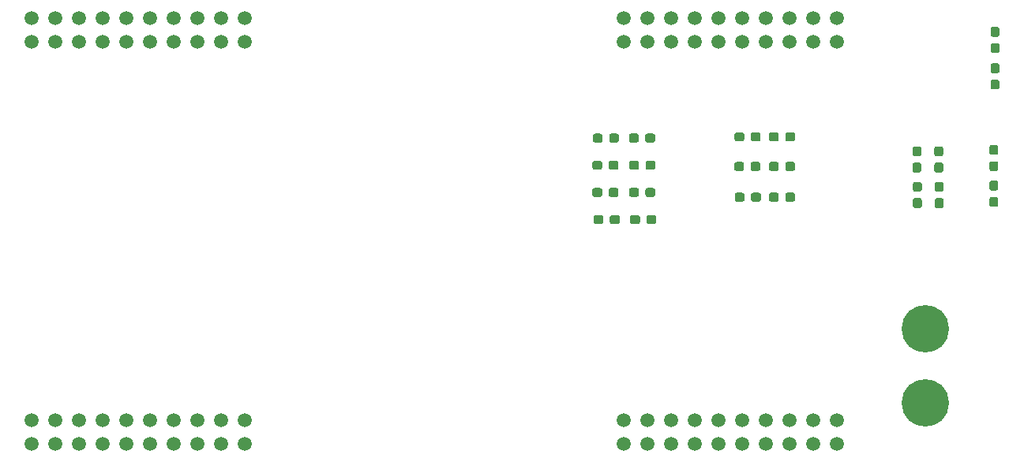
<source format=gbr>
G04 #@! TF.GenerationSoftware,KiCad,Pcbnew,(5.0.0)*
G04 #@! TF.CreationDate,2018-12-16T13:52:50-06:00*
G04 #@! TF.ProjectId,SRASensorBoard_Hardware,53524153656E736F72426F6172645F48,rev?*
G04 #@! TF.SameCoordinates,Original*
G04 #@! TF.FileFunction,Paste,Top*
G04 #@! TF.FilePolarity,Positive*
%FSLAX46Y46*%
G04 Gerber Fmt 4.6, Leading zero omitted, Abs format (unit mm)*
G04 Created by KiCad (PCBNEW (5.0.0)) date 12/16/18 13:52:50*
%MOMM*%
%LPD*%
G01*
G04 APERTURE LIST*
%ADD10C,5.080000*%
%ADD11C,0.100000*%
%ADD12C,0.950000*%
%ADD13C,1.520000*%
G04 APERTURE END LIST*
D10*
G04 #@! TO.C,Conn1*
X183362600Y-97281000D03*
X183362600Y-105282000D03*
G04 #@! TD*
D11*
G04 #@! TO.C,R1*
G36*
X182745574Y-77736144D02*
X182768629Y-77739563D01*
X182791238Y-77745227D01*
X182813182Y-77753079D01*
X182834252Y-77763044D01*
X182854243Y-77775026D01*
X182872963Y-77788910D01*
X182890233Y-77804562D01*
X182905885Y-77821832D01*
X182919769Y-77840552D01*
X182931751Y-77860543D01*
X182941716Y-77881613D01*
X182949568Y-77903557D01*
X182955232Y-77926166D01*
X182958651Y-77949221D01*
X182959795Y-77972500D01*
X182959795Y-78547500D01*
X182958651Y-78570779D01*
X182955232Y-78593834D01*
X182949568Y-78616443D01*
X182941716Y-78638387D01*
X182931751Y-78659457D01*
X182919769Y-78679448D01*
X182905885Y-78698168D01*
X182890233Y-78715438D01*
X182872963Y-78731090D01*
X182854243Y-78744974D01*
X182834252Y-78756956D01*
X182813182Y-78766921D01*
X182791238Y-78774773D01*
X182768629Y-78780437D01*
X182745574Y-78783856D01*
X182722295Y-78785000D01*
X182247295Y-78785000D01*
X182224016Y-78783856D01*
X182200961Y-78780437D01*
X182178352Y-78774773D01*
X182156408Y-78766921D01*
X182135338Y-78756956D01*
X182115347Y-78744974D01*
X182096627Y-78731090D01*
X182079357Y-78715438D01*
X182063705Y-78698168D01*
X182049821Y-78679448D01*
X182037839Y-78659457D01*
X182027874Y-78638387D01*
X182020022Y-78616443D01*
X182014358Y-78593834D01*
X182010939Y-78570779D01*
X182009795Y-78547500D01*
X182009795Y-77972500D01*
X182010939Y-77949221D01*
X182014358Y-77926166D01*
X182020022Y-77903557D01*
X182027874Y-77881613D01*
X182037839Y-77860543D01*
X182049821Y-77840552D01*
X182063705Y-77821832D01*
X182079357Y-77804562D01*
X182096627Y-77788910D01*
X182115347Y-77775026D01*
X182135338Y-77763044D01*
X182156408Y-77753079D01*
X182178352Y-77745227D01*
X182200961Y-77739563D01*
X182224016Y-77736144D01*
X182247295Y-77735000D01*
X182722295Y-77735000D01*
X182745574Y-77736144D01*
X182745574Y-77736144D01*
G37*
D12*
X182484795Y-78260000D03*
D11*
G36*
X182745574Y-79486144D02*
X182768629Y-79489563D01*
X182791238Y-79495227D01*
X182813182Y-79503079D01*
X182834252Y-79513044D01*
X182854243Y-79525026D01*
X182872963Y-79538910D01*
X182890233Y-79554562D01*
X182905885Y-79571832D01*
X182919769Y-79590552D01*
X182931751Y-79610543D01*
X182941716Y-79631613D01*
X182949568Y-79653557D01*
X182955232Y-79676166D01*
X182958651Y-79699221D01*
X182959795Y-79722500D01*
X182959795Y-80297500D01*
X182958651Y-80320779D01*
X182955232Y-80343834D01*
X182949568Y-80366443D01*
X182941716Y-80388387D01*
X182931751Y-80409457D01*
X182919769Y-80429448D01*
X182905885Y-80448168D01*
X182890233Y-80465438D01*
X182872963Y-80481090D01*
X182854243Y-80494974D01*
X182834252Y-80506956D01*
X182813182Y-80516921D01*
X182791238Y-80524773D01*
X182768629Y-80530437D01*
X182745574Y-80533856D01*
X182722295Y-80535000D01*
X182247295Y-80535000D01*
X182224016Y-80533856D01*
X182200961Y-80530437D01*
X182178352Y-80524773D01*
X182156408Y-80516921D01*
X182135338Y-80506956D01*
X182115347Y-80494974D01*
X182096627Y-80481090D01*
X182079357Y-80465438D01*
X182063705Y-80448168D01*
X182049821Y-80429448D01*
X182037839Y-80409457D01*
X182027874Y-80388387D01*
X182020022Y-80366443D01*
X182014358Y-80343834D01*
X182010939Y-80320779D01*
X182009795Y-80297500D01*
X182009795Y-79722500D01*
X182010939Y-79699221D01*
X182014358Y-79676166D01*
X182020022Y-79653557D01*
X182027874Y-79631613D01*
X182037839Y-79610543D01*
X182049821Y-79590552D01*
X182063705Y-79571832D01*
X182079357Y-79554562D01*
X182096627Y-79538910D01*
X182115347Y-79525026D01*
X182135338Y-79513044D01*
X182156408Y-79503079D01*
X182178352Y-79495227D01*
X182200961Y-79489563D01*
X182224016Y-79486144D01*
X182247295Y-79485000D01*
X182722295Y-79485000D01*
X182745574Y-79486144D01*
X182745574Y-79486144D01*
G37*
D12*
X182484795Y-80010000D03*
G04 #@! TD*
D13*
G04 #@! TO.C,U1*
X151049001Y-109685001D03*
X173909001Y-63965001D03*
X171369001Y-63965001D03*
X163749001Y-63965001D03*
X161209001Y-107145001D03*
X166289001Y-63965001D03*
X168829001Y-63965001D03*
X166289001Y-109685001D03*
X171369001Y-107145001D03*
X161209001Y-63965001D03*
X158669001Y-63965001D03*
X171369001Y-109685001D03*
X166289001Y-107145001D03*
X163749001Y-107145001D03*
X151049001Y-107145001D03*
X153589001Y-107145001D03*
X156129001Y-107145001D03*
X158669001Y-107145001D03*
X168829001Y-107145001D03*
X173909001Y-107145001D03*
X153589001Y-109685001D03*
X156129001Y-109685001D03*
X158669001Y-109685001D03*
X161209001Y-109685001D03*
X163749001Y-109685001D03*
X168829001Y-109685001D03*
X173909001Y-109685001D03*
X151049001Y-66505001D03*
X153589001Y-66505001D03*
X156129001Y-66505001D03*
X158669001Y-66505001D03*
X161209001Y-66505001D03*
X163749001Y-66505001D03*
X166289001Y-66505001D03*
X168829001Y-66505001D03*
X171369001Y-66505001D03*
X173909001Y-66505001D03*
X151049001Y-63965001D03*
X153589001Y-63965001D03*
X156129001Y-63965001D03*
X87549001Y-107145001D03*
X90089001Y-107145001D03*
X92629001Y-107145001D03*
X95169001Y-107145001D03*
X97709001Y-107145001D03*
X100249001Y-107145001D03*
X102789001Y-107145001D03*
X105329001Y-107145001D03*
X107869001Y-107145001D03*
X110409001Y-107145001D03*
X87549001Y-109685001D03*
X90089001Y-109685001D03*
X92629001Y-109685001D03*
X95169001Y-109685001D03*
X97709001Y-109685001D03*
X100249001Y-109685001D03*
X102789001Y-109685001D03*
X105329001Y-109685001D03*
X107869001Y-109685001D03*
X110409001Y-109685001D03*
X87549001Y-66505001D03*
X90089001Y-66505001D03*
X92629001Y-66505001D03*
X95169001Y-66505001D03*
X97709001Y-66505001D03*
X100249001Y-66505001D03*
X102789001Y-66505001D03*
X105329001Y-66505001D03*
X107869001Y-66505001D03*
X110409001Y-66505001D03*
X87549001Y-63965001D03*
X90089001Y-63965001D03*
X92629001Y-63965001D03*
X95169001Y-63965001D03*
X97709001Y-63965001D03*
X100249001Y-63965001D03*
X102789001Y-63965001D03*
X105329001Y-63965001D03*
X107869001Y-63965001D03*
X110409001Y-63965001D03*
G04 #@! TD*
D11*
G04 #@! TO.C,C2*
G36*
X191014779Y-77581144D02*
X191037834Y-77584563D01*
X191060443Y-77590227D01*
X191082387Y-77598079D01*
X191103457Y-77608044D01*
X191123448Y-77620026D01*
X191142168Y-77633910D01*
X191159438Y-77649562D01*
X191175090Y-77666832D01*
X191188974Y-77685552D01*
X191200956Y-77705543D01*
X191210921Y-77726613D01*
X191218773Y-77748557D01*
X191224437Y-77771166D01*
X191227856Y-77794221D01*
X191229000Y-77817500D01*
X191229000Y-78392500D01*
X191227856Y-78415779D01*
X191224437Y-78438834D01*
X191218773Y-78461443D01*
X191210921Y-78483387D01*
X191200956Y-78504457D01*
X191188974Y-78524448D01*
X191175090Y-78543168D01*
X191159438Y-78560438D01*
X191142168Y-78576090D01*
X191123448Y-78589974D01*
X191103457Y-78601956D01*
X191082387Y-78611921D01*
X191060443Y-78619773D01*
X191037834Y-78625437D01*
X191014779Y-78628856D01*
X190991500Y-78630000D01*
X190516500Y-78630000D01*
X190493221Y-78628856D01*
X190470166Y-78625437D01*
X190447557Y-78619773D01*
X190425613Y-78611921D01*
X190404543Y-78601956D01*
X190384552Y-78589974D01*
X190365832Y-78576090D01*
X190348562Y-78560438D01*
X190332910Y-78543168D01*
X190319026Y-78524448D01*
X190307044Y-78504457D01*
X190297079Y-78483387D01*
X190289227Y-78461443D01*
X190283563Y-78438834D01*
X190280144Y-78415779D01*
X190279000Y-78392500D01*
X190279000Y-77817500D01*
X190280144Y-77794221D01*
X190283563Y-77771166D01*
X190289227Y-77748557D01*
X190297079Y-77726613D01*
X190307044Y-77705543D01*
X190319026Y-77685552D01*
X190332910Y-77666832D01*
X190348562Y-77649562D01*
X190365832Y-77633910D01*
X190384552Y-77620026D01*
X190404543Y-77608044D01*
X190425613Y-77598079D01*
X190447557Y-77590227D01*
X190470166Y-77584563D01*
X190493221Y-77581144D01*
X190516500Y-77580000D01*
X190991500Y-77580000D01*
X191014779Y-77581144D01*
X191014779Y-77581144D01*
G37*
D12*
X190754000Y-78105000D03*
D11*
G36*
X191014779Y-79331144D02*
X191037834Y-79334563D01*
X191060443Y-79340227D01*
X191082387Y-79348079D01*
X191103457Y-79358044D01*
X191123448Y-79370026D01*
X191142168Y-79383910D01*
X191159438Y-79399562D01*
X191175090Y-79416832D01*
X191188974Y-79435552D01*
X191200956Y-79455543D01*
X191210921Y-79476613D01*
X191218773Y-79498557D01*
X191224437Y-79521166D01*
X191227856Y-79544221D01*
X191229000Y-79567500D01*
X191229000Y-80142500D01*
X191227856Y-80165779D01*
X191224437Y-80188834D01*
X191218773Y-80211443D01*
X191210921Y-80233387D01*
X191200956Y-80254457D01*
X191188974Y-80274448D01*
X191175090Y-80293168D01*
X191159438Y-80310438D01*
X191142168Y-80326090D01*
X191123448Y-80339974D01*
X191103457Y-80351956D01*
X191082387Y-80361921D01*
X191060443Y-80369773D01*
X191037834Y-80375437D01*
X191014779Y-80378856D01*
X190991500Y-80380000D01*
X190516500Y-80380000D01*
X190493221Y-80378856D01*
X190470166Y-80375437D01*
X190447557Y-80369773D01*
X190425613Y-80361921D01*
X190404543Y-80351956D01*
X190384552Y-80339974D01*
X190365832Y-80326090D01*
X190348562Y-80310438D01*
X190332910Y-80293168D01*
X190319026Y-80274448D01*
X190307044Y-80254457D01*
X190297079Y-80233387D01*
X190289227Y-80211443D01*
X190283563Y-80188834D01*
X190280144Y-80165779D01*
X190279000Y-80142500D01*
X190279000Y-79567500D01*
X190280144Y-79544221D01*
X190283563Y-79521166D01*
X190289227Y-79498557D01*
X190297079Y-79476613D01*
X190307044Y-79455543D01*
X190319026Y-79435552D01*
X190332910Y-79416832D01*
X190348562Y-79399562D01*
X190365832Y-79383910D01*
X190384552Y-79370026D01*
X190404543Y-79358044D01*
X190425613Y-79348079D01*
X190447557Y-79340227D01*
X190470166Y-79334563D01*
X190493221Y-79331144D01*
X190516500Y-79330000D01*
X190991500Y-79330000D01*
X191014779Y-79331144D01*
X191014779Y-79331144D01*
G37*
D12*
X190754000Y-79855000D03*
G04 #@! TD*
D11*
G04 #@! TO.C,C1*
G36*
X191141779Y-70568144D02*
X191164834Y-70571563D01*
X191187443Y-70577227D01*
X191209387Y-70585079D01*
X191230457Y-70595044D01*
X191250448Y-70607026D01*
X191269168Y-70620910D01*
X191286438Y-70636562D01*
X191302090Y-70653832D01*
X191315974Y-70672552D01*
X191327956Y-70692543D01*
X191337921Y-70713613D01*
X191345773Y-70735557D01*
X191351437Y-70758166D01*
X191354856Y-70781221D01*
X191356000Y-70804500D01*
X191356000Y-71379500D01*
X191354856Y-71402779D01*
X191351437Y-71425834D01*
X191345773Y-71448443D01*
X191337921Y-71470387D01*
X191327956Y-71491457D01*
X191315974Y-71511448D01*
X191302090Y-71530168D01*
X191286438Y-71547438D01*
X191269168Y-71563090D01*
X191250448Y-71576974D01*
X191230457Y-71588956D01*
X191209387Y-71598921D01*
X191187443Y-71606773D01*
X191164834Y-71612437D01*
X191141779Y-71615856D01*
X191118500Y-71617000D01*
X190643500Y-71617000D01*
X190620221Y-71615856D01*
X190597166Y-71612437D01*
X190574557Y-71606773D01*
X190552613Y-71598921D01*
X190531543Y-71588956D01*
X190511552Y-71576974D01*
X190492832Y-71563090D01*
X190475562Y-71547438D01*
X190459910Y-71530168D01*
X190446026Y-71511448D01*
X190434044Y-71491457D01*
X190424079Y-71470387D01*
X190416227Y-71448443D01*
X190410563Y-71425834D01*
X190407144Y-71402779D01*
X190406000Y-71379500D01*
X190406000Y-70804500D01*
X190407144Y-70781221D01*
X190410563Y-70758166D01*
X190416227Y-70735557D01*
X190424079Y-70713613D01*
X190434044Y-70692543D01*
X190446026Y-70672552D01*
X190459910Y-70653832D01*
X190475562Y-70636562D01*
X190492832Y-70620910D01*
X190511552Y-70607026D01*
X190531543Y-70595044D01*
X190552613Y-70585079D01*
X190574557Y-70577227D01*
X190597166Y-70571563D01*
X190620221Y-70568144D01*
X190643500Y-70567000D01*
X191118500Y-70567000D01*
X191141779Y-70568144D01*
X191141779Y-70568144D01*
G37*
D12*
X190881000Y-71092000D03*
D11*
G36*
X191141779Y-68818144D02*
X191164834Y-68821563D01*
X191187443Y-68827227D01*
X191209387Y-68835079D01*
X191230457Y-68845044D01*
X191250448Y-68857026D01*
X191269168Y-68870910D01*
X191286438Y-68886562D01*
X191302090Y-68903832D01*
X191315974Y-68922552D01*
X191327956Y-68942543D01*
X191337921Y-68963613D01*
X191345773Y-68985557D01*
X191351437Y-69008166D01*
X191354856Y-69031221D01*
X191356000Y-69054500D01*
X191356000Y-69629500D01*
X191354856Y-69652779D01*
X191351437Y-69675834D01*
X191345773Y-69698443D01*
X191337921Y-69720387D01*
X191327956Y-69741457D01*
X191315974Y-69761448D01*
X191302090Y-69780168D01*
X191286438Y-69797438D01*
X191269168Y-69813090D01*
X191250448Y-69826974D01*
X191230457Y-69838956D01*
X191209387Y-69848921D01*
X191187443Y-69856773D01*
X191164834Y-69862437D01*
X191141779Y-69865856D01*
X191118500Y-69867000D01*
X190643500Y-69867000D01*
X190620221Y-69865856D01*
X190597166Y-69862437D01*
X190574557Y-69856773D01*
X190552613Y-69848921D01*
X190531543Y-69838956D01*
X190511552Y-69826974D01*
X190492832Y-69813090D01*
X190475562Y-69797438D01*
X190459910Y-69780168D01*
X190446026Y-69761448D01*
X190434044Y-69741457D01*
X190424079Y-69720387D01*
X190416227Y-69698443D01*
X190410563Y-69675834D01*
X190407144Y-69652779D01*
X190406000Y-69629500D01*
X190406000Y-69054500D01*
X190407144Y-69031221D01*
X190410563Y-69008166D01*
X190416227Y-68985557D01*
X190424079Y-68963613D01*
X190434044Y-68942543D01*
X190446026Y-68922552D01*
X190459910Y-68903832D01*
X190475562Y-68886562D01*
X190492832Y-68870910D01*
X190511552Y-68857026D01*
X190531543Y-68845044D01*
X190552613Y-68835079D01*
X190574557Y-68827227D01*
X190597166Y-68821563D01*
X190620221Y-68818144D01*
X190643500Y-68817000D01*
X191118500Y-68817000D01*
X191141779Y-68818144D01*
X191141779Y-68818144D01*
G37*
D12*
X190881000Y-69342000D03*
G04 #@! TD*
D11*
G04 #@! TO.C,C3*
G36*
X191014779Y-83169144D02*
X191037834Y-83172563D01*
X191060443Y-83178227D01*
X191082387Y-83186079D01*
X191103457Y-83196044D01*
X191123448Y-83208026D01*
X191142168Y-83221910D01*
X191159438Y-83237562D01*
X191175090Y-83254832D01*
X191188974Y-83273552D01*
X191200956Y-83293543D01*
X191210921Y-83314613D01*
X191218773Y-83336557D01*
X191224437Y-83359166D01*
X191227856Y-83382221D01*
X191229000Y-83405500D01*
X191229000Y-83980500D01*
X191227856Y-84003779D01*
X191224437Y-84026834D01*
X191218773Y-84049443D01*
X191210921Y-84071387D01*
X191200956Y-84092457D01*
X191188974Y-84112448D01*
X191175090Y-84131168D01*
X191159438Y-84148438D01*
X191142168Y-84164090D01*
X191123448Y-84177974D01*
X191103457Y-84189956D01*
X191082387Y-84199921D01*
X191060443Y-84207773D01*
X191037834Y-84213437D01*
X191014779Y-84216856D01*
X190991500Y-84218000D01*
X190516500Y-84218000D01*
X190493221Y-84216856D01*
X190470166Y-84213437D01*
X190447557Y-84207773D01*
X190425613Y-84199921D01*
X190404543Y-84189956D01*
X190384552Y-84177974D01*
X190365832Y-84164090D01*
X190348562Y-84148438D01*
X190332910Y-84131168D01*
X190319026Y-84112448D01*
X190307044Y-84092457D01*
X190297079Y-84071387D01*
X190289227Y-84049443D01*
X190283563Y-84026834D01*
X190280144Y-84003779D01*
X190279000Y-83980500D01*
X190279000Y-83405500D01*
X190280144Y-83382221D01*
X190283563Y-83359166D01*
X190289227Y-83336557D01*
X190297079Y-83314613D01*
X190307044Y-83293543D01*
X190319026Y-83273552D01*
X190332910Y-83254832D01*
X190348562Y-83237562D01*
X190365832Y-83221910D01*
X190384552Y-83208026D01*
X190404543Y-83196044D01*
X190425613Y-83186079D01*
X190447557Y-83178227D01*
X190470166Y-83172563D01*
X190493221Y-83169144D01*
X190516500Y-83168000D01*
X190991500Y-83168000D01*
X191014779Y-83169144D01*
X191014779Y-83169144D01*
G37*
D12*
X190754000Y-83693000D03*
D11*
G36*
X191014779Y-81419144D02*
X191037834Y-81422563D01*
X191060443Y-81428227D01*
X191082387Y-81436079D01*
X191103457Y-81446044D01*
X191123448Y-81458026D01*
X191142168Y-81471910D01*
X191159438Y-81487562D01*
X191175090Y-81504832D01*
X191188974Y-81523552D01*
X191200956Y-81543543D01*
X191210921Y-81564613D01*
X191218773Y-81586557D01*
X191224437Y-81609166D01*
X191227856Y-81632221D01*
X191229000Y-81655500D01*
X191229000Y-82230500D01*
X191227856Y-82253779D01*
X191224437Y-82276834D01*
X191218773Y-82299443D01*
X191210921Y-82321387D01*
X191200956Y-82342457D01*
X191188974Y-82362448D01*
X191175090Y-82381168D01*
X191159438Y-82398438D01*
X191142168Y-82414090D01*
X191123448Y-82427974D01*
X191103457Y-82439956D01*
X191082387Y-82449921D01*
X191060443Y-82457773D01*
X191037834Y-82463437D01*
X191014779Y-82466856D01*
X190991500Y-82468000D01*
X190516500Y-82468000D01*
X190493221Y-82466856D01*
X190470166Y-82463437D01*
X190447557Y-82457773D01*
X190425613Y-82449921D01*
X190404543Y-82439956D01*
X190384552Y-82427974D01*
X190365832Y-82414090D01*
X190348562Y-82398438D01*
X190332910Y-82381168D01*
X190319026Y-82362448D01*
X190307044Y-82342457D01*
X190297079Y-82321387D01*
X190289227Y-82299443D01*
X190283563Y-82276834D01*
X190280144Y-82253779D01*
X190279000Y-82230500D01*
X190279000Y-81655500D01*
X190280144Y-81632221D01*
X190283563Y-81609166D01*
X190289227Y-81586557D01*
X190297079Y-81564613D01*
X190307044Y-81543543D01*
X190319026Y-81523552D01*
X190332910Y-81504832D01*
X190348562Y-81487562D01*
X190365832Y-81471910D01*
X190384552Y-81458026D01*
X190404543Y-81446044D01*
X190425613Y-81436079D01*
X190447557Y-81428227D01*
X190470166Y-81422563D01*
X190493221Y-81419144D01*
X190516500Y-81418000D01*
X190991500Y-81418000D01*
X191014779Y-81419144D01*
X191014779Y-81419144D01*
G37*
D12*
X190754000Y-81943000D03*
G04 #@! TD*
D11*
G04 #@! TO.C,C4*
G36*
X191141779Y-64909144D02*
X191164834Y-64912563D01*
X191187443Y-64918227D01*
X191209387Y-64926079D01*
X191230457Y-64936044D01*
X191250448Y-64948026D01*
X191269168Y-64961910D01*
X191286438Y-64977562D01*
X191302090Y-64994832D01*
X191315974Y-65013552D01*
X191327956Y-65033543D01*
X191337921Y-65054613D01*
X191345773Y-65076557D01*
X191351437Y-65099166D01*
X191354856Y-65122221D01*
X191356000Y-65145500D01*
X191356000Y-65720500D01*
X191354856Y-65743779D01*
X191351437Y-65766834D01*
X191345773Y-65789443D01*
X191337921Y-65811387D01*
X191327956Y-65832457D01*
X191315974Y-65852448D01*
X191302090Y-65871168D01*
X191286438Y-65888438D01*
X191269168Y-65904090D01*
X191250448Y-65917974D01*
X191230457Y-65929956D01*
X191209387Y-65939921D01*
X191187443Y-65947773D01*
X191164834Y-65953437D01*
X191141779Y-65956856D01*
X191118500Y-65958000D01*
X190643500Y-65958000D01*
X190620221Y-65956856D01*
X190597166Y-65953437D01*
X190574557Y-65947773D01*
X190552613Y-65939921D01*
X190531543Y-65929956D01*
X190511552Y-65917974D01*
X190492832Y-65904090D01*
X190475562Y-65888438D01*
X190459910Y-65871168D01*
X190446026Y-65852448D01*
X190434044Y-65832457D01*
X190424079Y-65811387D01*
X190416227Y-65789443D01*
X190410563Y-65766834D01*
X190407144Y-65743779D01*
X190406000Y-65720500D01*
X190406000Y-65145500D01*
X190407144Y-65122221D01*
X190410563Y-65099166D01*
X190416227Y-65076557D01*
X190424079Y-65054613D01*
X190434044Y-65033543D01*
X190446026Y-65013552D01*
X190459910Y-64994832D01*
X190475562Y-64977562D01*
X190492832Y-64961910D01*
X190511552Y-64948026D01*
X190531543Y-64936044D01*
X190552613Y-64926079D01*
X190574557Y-64918227D01*
X190597166Y-64912563D01*
X190620221Y-64909144D01*
X190643500Y-64908000D01*
X191118500Y-64908000D01*
X191141779Y-64909144D01*
X191141779Y-64909144D01*
G37*
D12*
X190881000Y-65433000D03*
D11*
G36*
X191141779Y-66659144D02*
X191164834Y-66662563D01*
X191187443Y-66668227D01*
X191209387Y-66676079D01*
X191230457Y-66686044D01*
X191250448Y-66698026D01*
X191269168Y-66711910D01*
X191286438Y-66727562D01*
X191302090Y-66744832D01*
X191315974Y-66763552D01*
X191327956Y-66783543D01*
X191337921Y-66804613D01*
X191345773Y-66826557D01*
X191351437Y-66849166D01*
X191354856Y-66872221D01*
X191356000Y-66895500D01*
X191356000Y-67470500D01*
X191354856Y-67493779D01*
X191351437Y-67516834D01*
X191345773Y-67539443D01*
X191337921Y-67561387D01*
X191327956Y-67582457D01*
X191315974Y-67602448D01*
X191302090Y-67621168D01*
X191286438Y-67638438D01*
X191269168Y-67654090D01*
X191250448Y-67667974D01*
X191230457Y-67679956D01*
X191209387Y-67689921D01*
X191187443Y-67697773D01*
X191164834Y-67703437D01*
X191141779Y-67706856D01*
X191118500Y-67708000D01*
X190643500Y-67708000D01*
X190620221Y-67706856D01*
X190597166Y-67703437D01*
X190574557Y-67697773D01*
X190552613Y-67689921D01*
X190531543Y-67679956D01*
X190511552Y-67667974D01*
X190492832Y-67654090D01*
X190475562Y-67638438D01*
X190459910Y-67621168D01*
X190446026Y-67602448D01*
X190434044Y-67582457D01*
X190424079Y-67561387D01*
X190416227Y-67539443D01*
X190410563Y-67516834D01*
X190407144Y-67493779D01*
X190406000Y-67470500D01*
X190406000Y-66895500D01*
X190407144Y-66872221D01*
X190410563Y-66849166D01*
X190416227Y-66826557D01*
X190424079Y-66804613D01*
X190434044Y-66783543D01*
X190446026Y-66763552D01*
X190459910Y-66744832D01*
X190475562Y-66727562D01*
X190492832Y-66711910D01*
X190511552Y-66698026D01*
X190531543Y-66686044D01*
X190552613Y-66676079D01*
X190574557Y-66668227D01*
X190597166Y-66662563D01*
X190620221Y-66659144D01*
X190643500Y-66658000D01*
X191118500Y-66658000D01*
X191141779Y-66659144D01*
X191141779Y-66659144D01*
G37*
D12*
X190881000Y-67183000D03*
G04 #@! TD*
D11*
G04 #@! TO.C,D3*
G36*
X182809074Y-83296144D02*
X182832129Y-83299563D01*
X182854738Y-83305227D01*
X182876682Y-83313079D01*
X182897752Y-83323044D01*
X182917743Y-83335026D01*
X182936463Y-83348910D01*
X182953733Y-83364562D01*
X182969385Y-83381832D01*
X182983269Y-83400552D01*
X182995251Y-83420543D01*
X183005216Y-83441613D01*
X183013068Y-83463557D01*
X183018732Y-83486166D01*
X183022151Y-83509221D01*
X183023295Y-83532500D01*
X183023295Y-84107500D01*
X183022151Y-84130779D01*
X183018732Y-84153834D01*
X183013068Y-84176443D01*
X183005216Y-84198387D01*
X182995251Y-84219457D01*
X182983269Y-84239448D01*
X182969385Y-84258168D01*
X182953733Y-84275438D01*
X182936463Y-84291090D01*
X182917743Y-84304974D01*
X182897752Y-84316956D01*
X182876682Y-84326921D01*
X182854738Y-84334773D01*
X182832129Y-84340437D01*
X182809074Y-84343856D01*
X182785795Y-84345000D01*
X182310795Y-84345000D01*
X182287516Y-84343856D01*
X182264461Y-84340437D01*
X182241852Y-84334773D01*
X182219908Y-84326921D01*
X182198838Y-84316956D01*
X182178847Y-84304974D01*
X182160127Y-84291090D01*
X182142857Y-84275438D01*
X182127205Y-84258168D01*
X182113321Y-84239448D01*
X182101339Y-84219457D01*
X182091374Y-84198387D01*
X182083522Y-84176443D01*
X182077858Y-84153834D01*
X182074439Y-84130779D01*
X182073295Y-84107500D01*
X182073295Y-83532500D01*
X182074439Y-83509221D01*
X182077858Y-83486166D01*
X182083522Y-83463557D01*
X182091374Y-83441613D01*
X182101339Y-83420543D01*
X182113321Y-83400552D01*
X182127205Y-83381832D01*
X182142857Y-83364562D01*
X182160127Y-83348910D01*
X182178847Y-83335026D01*
X182198838Y-83323044D01*
X182219908Y-83313079D01*
X182241852Y-83305227D01*
X182264461Y-83299563D01*
X182287516Y-83296144D01*
X182310795Y-83295000D01*
X182785795Y-83295000D01*
X182809074Y-83296144D01*
X182809074Y-83296144D01*
G37*
D12*
X182548295Y-83820000D03*
D11*
G36*
X182809074Y-81546144D02*
X182832129Y-81549563D01*
X182854738Y-81555227D01*
X182876682Y-81563079D01*
X182897752Y-81573044D01*
X182917743Y-81585026D01*
X182936463Y-81598910D01*
X182953733Y-81614562D01*
X182969385Y-81631832D01*
X182983269Y-81650552D01*
X182995251Y-81670543D01*
X183005216Y-81691613D01*
X183013068Y-81713557D01*
X183018732Y-81736166D01*
X183022151Y-81759221D01*
X183023295Y-81782500D01*
X183023295Y-82357500D01*
X183022151Y-82380779D01*
X183018732Y-82403834D01*
X183013068Y-82426443D01*
X183005216Y-82448387D01*
X182995251Y-82469457D01*
X182983269Y-82489448D01*
X182969385Y-82508168D01*
X182953733Y-82525438D01*
X182936463Y-82541090D01*
X182917743Y-82554974D01*
X182897752Y-82566956D01*
X182876682Y-82576921D01*
X182854738Y-82584773D01*
X182832129Y-82590437D01*
X182809074Y-82593856D01*
X182785795Y-82595000D01*
X182310795Y-82595000D01*
X182287516Y-82593856D01*
X182264461Y-82590437D01*
X182241852Y-82584773D01*
X182219908Y-82576921D01*
X182198838Y-82566956D01*
X182178847Y-82554974D01*
X182160127Y-82541090D01*
X182142857Y-82525438D01*
X182127205Y-82508168D01*
X182113321Y-82489448D01*
X182101339Y-82469457D01*
X182091374Y-82448387D01*
X182083522Y-82426443D01*
X182077858Y-82403834D01*
X182074439Y-82380779D01*
X182073295Y-82357500D01*
X182073295Y-81782500D01*
X182074439Y-81759221D01*
X182077858Y-81736166D01*
X182083522Y-81713557D01*
X182091374Y-81691613D01*
X182101339Y-81670543D01*
X182113321Y-81650552D01*
X182127205Y-81631832D01*
X182142857Y-81614562D01*
X182160127Y-81598910D01*
X182178847Y-81585026D01*
X182198838Y-81573044D01*
X182219908Y-81563079D01*
X182241852Y-81555227D01*
X182264461Y-81549563D01*
X182287516Y-81546144D01*
X182310795Y-81545000D01*
X182785795Y-81545000D01*
X182809074Y-81546144D01*
X182809074Y-81546144D01*
G37*
D12*
X182548295Y-82070000D03*
G04 #@! TD*
D11*
G04 #@! TO.C,D4*
G36*
X185147379Y-83296144D02*
X185170434Y-83299563D01*
X185193043Y-83305227D01*
X185214987Y-83313079D01*
X185236057Y-83323044D01*
X185256048Y-83335026D01*
X185274768Y-83348910D01*
X185292038Y-83364562D01*
X185307690Y-83381832D01*
X185321574Y-83400552D01*
X185333556Y-83420543D01*
X185343521Y-83441613D01*
X185351373Y-83463557D01*
X185357037Y-83486166D01*
X185360456Y-83509221D01*
X185361600Y-83532500D01*
X185361600Y-84107500D01*
X185360456Y-84130779D01*
X185357037Y-84153834D01*
X185351373Y-84176443D01*
X185343521Y-84198387D01*
X185333556Y-84219457D01*
X185321574Y-84239448D01*
X185307690Y-84258168D01*
X185292038Y-84275438D01*
X185274768Y-84291090D01*
X185256048Y-84304974D01*
X185236057Y-84316956D01*
X185214987Y-84326921D01*
X185193043Y-84334773D01*
X185170434Y-84340437D01*
X185147379Y-84343856D01*
X185124100Y-84345000D01*
X184649100Y-84345000D01*
X184625821Y-84343856D01*
X184602766Y-84340437D01*
X184580157Y-84334773D01*
X184558213Y-84326921D01*
X184537143Y-84316956D01*
X184517152Y-84304974D01*
X184498432Y-84291090D01*
X184481162Y-84275438D01*
X184465510Y-84258168D01*
X184451626Y-84239448D01*
X184439644Y-84219457D01*
X184429679Y-84198387D01*
X184421827Y-84176443D01*
X184416163Y-84153834D01*
X184412744Y-84130779D01*
X184411600Y-84107500D01*
X184411600Y-83532500D01*
X184412744Y-83509221D01*
X184416163Y-83486166D01*
X184421827Y-83463557D01*
X184429679Y-83441613D01*
X184439644Y-83420543D01*
X184451626Y-83400552D01*
X184465510Y-83381832D01*
X184481162Y-83364562D01*
X184498432Y-83348910D01*
X184517152Y-83335026D01*
X184537143Y-83323044D01*
X184558213Y-83313079D01*
X184580157Y-83305227D01*
X184602766Y-83299563D01*
X184625821Y-83296144D01*
X184649100Y-83295000D01*
X185124100Y-83295000D01*
X185147379Y-83296144D01*
X185147379Y-83296144D01*
G37*
D12*
X184886600Y-83820000D03*
D11*
G36*
X185147379Y-81546144D02*
X185170434Y-81549563D01*
X185193043Y-81555227D01*
X185214987Y-81563079D01*
X185236057Y-81573044D01*
X185256048Y-81585026D01*
X185274768Y-81598910D01*
X185292038Y-81614562D01*
X185307690Y-81631832D01*
X185321574Y-81650552D01*
X185333556Y-81670543D01*
X185343521Y-81691613D01*
X185351373Y-81713557D01*
X185357037Y-81736166D01*
X185360456Y-81759221D01*
X185361600Y-81782500D01*
X185361600Y-82357500D01*
X185360456Y-82380779D01*
X185357037Y-82403834D01*
X185351373Y-82426443D01*
X185343521Y-82448387D01*
X185333556Y-82469457D01*
X185321574Y-82489448D01*
X185307690Y-82508168D01*
X185292038Y-82525438D01*
X185274768Y-82541090D01*
X185256048Y-82554974D01*
X185236057Y-82566956D01*
X185214987Y-82576921D01*
X185193043Y-82584773D01*
X185170434Y-82590437D01*
X185147379Y-82593856D01*
X185124100Y-82595000D01*
X184649100Y-82595000D01*
X184625821Y-82593856D01*
X184602766Y-82590437D01*
X184580157Y-82584773D01*
X184558213Y-82576921D01*
X184537143Y-82566956D01*
X184517152Y-82554974D01*
X184498432Y-82541090D01*
X184481162Y-82525438D01*
X184465510Y-82508168D01*
X184451626Y-82489448D01*
X184439644Y-82469457D01*
X184429679Y-82448387D01*
X184421827Y-82426443D01*
X184416163Y-82403834D01*
X184412744Y-82380779D01*
X184411600Y-82357500D01*
X184411600Y-81782500D01*
X184412744Y-81759221D01*
X184416163Y-81736166D01*
X184421827Y-81713557D01*
X184429679Y-81691613D01*
X184439644Y-81670543D01*
X184451626Y-81650552D01*
X184465510Y-81631832D01*
X184481162Y-81614562D01*
X184498432Y-81598910D01*
X184517152Y-81585026D01*
X184537143Y-81573044D01*
X184558213Y-81563079D01*
X184580157Y-81555227D01*
X184602766Y-81549563D01*
X184625821Y-81546144D01*
X184649100Y-81545000D01*
X185124100Y-81545000D01*
X185147379Y-81546144D01*
X185147379Y-81546144D01*
G37*
D12*
X184886600Y-82070000D03*
G04 #@! TD*
D11*
G04 #@! TO.C,D5*
G36*
X152456779Y-76361144D02*
X152479834Y-76364563D01*
X152502443Y-76370227D01*
X152524387Y-76378079D01*
X152545457Y-76388044D01*
X152565448Y-76400026D01*
X152584168Y-76413910D01*
X152601438Y-76429562D01*
X152617090Y-76446832D01*
X152630974Y-76465552D01*
X152642956Y-76485543D01*
X152652921Y-76506613D01*
X152660773Y-76528557D01*
X152666437Y-76551166D01*
X152669856Y-76574221D01*
X152671000Y-76597500D01*
X152671000Y-77072500D01*
X152669856Y-77095779D01*
X152666437Y-77118834D01*
X152660773Y-77141443D01*
X152652921Y-77163387D01*
X152642956Y-77184457D01*
X152630974Y-77204448D01*
X152617090Y-77223168D01*
X152601438Y-77240438D01*
X152584168Y-77256090D01*
X152565448Y-77269974D01*
X152545457Y-77281956D01*
X152524387Y-77291921D01*
X152502443Y-77299773D01*
X152479834Y-77305437D01*
X152456779Y-77308856D01*
X152433500Y-77310000D01*
X151858500Y-77310000D01*
X151835221Y-77308856D01*
X151812166Y-77305437D01*
X151789557Y-77299773D01*
X151767613Y-77291921D01*
X151746543Y-77281956D01*
X151726552Y-77269974D01*
X151707832Y-77256090D01*
X151690562Y-77240438D01*
X151674910Y-77223168D01*
X151661026Y-77204448D01*
X151649044Y-77184457D01*
X151639079Y-77163387D01*
X151631227Y-77141443D01*
X151625563Y-77118834D01*
X151622144Y-77095779D01*
X151621000Y-77072500D01*
X151621000Y-76597500D01*
X151622144Y-76574221D01*
X151625563Y-76551166D01*
X151631227Y-76528557D01*
X151639079Y-76506613D01*
X151649044Y-76485543D01*
X151661026Y-76465552D01*
X151674910Y-76446832D01*
X151690562Y-76429562D01*
X151707832Y-76413910D01*
X151726552Y-76400026D01*
X151746543Y-76388044D01*
X151767613Y-76378079D01*
X151789557Y-76370227D01*
X151812166Y-76364563D01*
X151835221Y-76361144D01*
X151858500Y-76360000D01*
X152433500Y-76360000D01*
X152456779Y-76361144D01*
X152456779Y-76361144D01*
G37*
D12*
X152146000Y-76835000D03*
D11*
G36*
X154206779Y-76361144D02*
X154229834Y-76364563D01*
X154252443Y-76370227D01*
X154274387Y-76378079D01*
X154295457Y-76388044D01*
X154315448Y-76400026D01*
X154334168Y-76413910D01*
X154351438Y-76429562D01*
X154367090Y-76446832D01*
X154380974Y-76465552D01*
X154392956Y-76485543D01*
X154402921Y-76506613D01*
X154410773Y-76528557D01*
X154416437Y-76551166D01*
X154419856Y-76574221D01*
X154421000Y-76597500D01*
X154421000Y-77072500D01*
X154419856Y-77095779D01*
X154416437Y-77118834D01*
X154410773Y-77141443D01*
X154402921Y-77163387D01*
X154392956Y-77184457D01*
X154380974Y-77204448D01*
X154367090Y-77223168D01*
X154351438Y-77240438D01*
X154334168Y-77256090D01*
X154315448Y-77269974D01*
X154295457Y-77281956D01*
X154274387Y-77291921D01*
X154252443Y-77299773D01*
X154229834Y-77305437D01*
X154206779Y-77308856D01*
X154183500Y-77310000D01*
X153608500Y-77310000D01*
X153585221Y-77308856D01*
X153562166Y-77305437D01*
X153539557Y-77299773D01*
X153517613Y-77291921D01*
X153496543Y-77281956D01*
X153476552Y-77269974D01*
X153457832Y-77256090D01*
X153440562Y-77240438D01*
X153424910Y-77223168D01*
X153411026Y-77204448D01*
X153399044Y-77184457D01*
X153389079Y-77163387D01*
X153381227Y-77141443D01*
X153375563Y-77118834D01*
X153372144Y-77095779D01*
X153371000Y-77072500D01*
X153371000Y-76597500D01*
X153372144Y-76574221D01*
X153375563Y-76551166D01*
X153381227Y-76528557D01*
X153389079Y-76506613D01*
X153399044Y-76485543D01*
X153411026Y-76465552D01*
X153424910Y-76446832D01*
X153440562Y-76429562D01*
X153457832Y-76413910D01*
X153476552Y-76400026D01*
X153496543Y-76388044D01*
X153517613Y-76378079D01*
X153539557Y-76370227D01*
X153562166Y-76364563D01*
X153585221Y-76361144D01*
X153608500Y-76360000D01*
X154183500Y-76360000D01*
X154206779Y-76361144D01*
X154206779Y-76361144D01*
G37*
D12*
X153896000Y-76835000D03*
G04 #@! TD*
D11*
G04 #@! TO.C,D6*
G36*
X154220779Y-82203144D02*
X154243834Y-82206563D01*
X154266443Y-82212227D01*
X154288387Y-82220079D01*
X154309457Y-82230044D01*
X154329448Y-82242026D01*
X154348168Y-82255910D01*
X154365438Y-82271562D01*
X154381090Y-82288832D01*
X154394974Y-82307552D01*
X154406956Y-82327543D01*
X154416921Y-82348613D01*
X154424773Y-82370557D01*
X154430437Y-82393166D01*
X154433856Y-82416221D01*
X154435000Y-82439500D01*
X154435000Y-82914500D01*
X154433856Y-82937779D01*
X154430437Y-82960834D01*
X154424773Y-82983443D01*
X154416921Y-83005387D01*
X154406956Y-83026457D01*
X154394974Y-83046448D01*
X154381090Y-83065168D01*
X154365438Y-83082438D01*
X154348168Y-83098090D01*
X154329448Y-83111974D01*
X154309457Y-83123956D01*
X154288387Y-83133921D01*
X154266443Y-83141773D01*
X154243834Y-83147437D01*
X154220779Y-83150856D01*
X154197500Y-83152000D01*
X153622500Y-83152000D01*
X153599221Y-83150856D01*
X153576166Y-83147437D01*
X153553557Y-83141773D01*
X153531613Y-83133921D01*
X153510543Y-83123956D01*
X153490552Y-83111974D01*
X153471832Y-83098090D01*
X153454562Y-83082438D01*
X153438910Y-83065168D01*
X153425026Y-83046448D01*
X153413044Y-83026457D01*
X153403079Y-83005387D01*
X153395227Y-82983443D01*
X153389563Y-82960834D01*
X153386144Y-82937779D01*
X153385000Y-82914500D01*
X153385000Y-82439500D01*
X153386144Y-82416221D01*
X153389563Y-82393166D01*
X153395227Y-82370557D01*
X153403079Y-82348613D01*
X153413044Y-82327543D01*
X153425026Y-82307552D01*
X153438910Y-82288832D01*
X153454562Y-82271562D01*
X153471832Y-82255910D01*
X153490552Y-82242026D01*
X153510543Y-82230044D01*
X153531613Y-82220079D01*
X153553557Y-82212227D01*
X153576166Y-82206563D01*
X153599221Y-82203144D01*
X153622500Y-82202000D01*
X154197500Y-82202000D01*
X154220779Y-82203144D01*
X154220779Y-82203144D01*
G37*
D12*
X153910000Y-82677000D03*
D11*
G36*
X152470779Y-82203144D02*
X152493834Y-82206563D01*
X152516443Y-82212227D01*
X152538387Y-82220079D01*
X152559457Y-82230044D01*
X152579448Y-82242026D01*
X152598168Y-82255910D01*
X152615438Y-82271562D01*
X152631090Y-82288832D01*
X152644974Y-82307552D01*
X152656956Y-82327543D01*
X152666921Y-82348613D01*
X152674773Y-82370557D01*
X152680437Y-82393166D01*
X152683856Y-82416221D01*
X152685000Y-82439500D01*
X152685000Y-82914500D01*
X152683856Y-82937779D01*
X152680437Y-82960834D01*
X152674773Y-82983443D01*
X152666921Y-83005387D01*
X152656956Y-83026457D01*
X152644974Y-83046448D01*
X152631090Y-83065168D01*
X152615438Y-83082438D01*
X152598168Y-83098090D01*
X152579448Y-83111974D01*
X152559457Y-83123956D01*
X152538387Y-83133921D01*
X152516443Y-83141773D01*
X152493834Y-83147437D01*
X152470779Y-83150856D01*
X152447500Y-83152000D01*
X151872500Y-83152000D01*
X151849221Y-83150856D01*
X151826166Y-83147437D01*
X151803557Y-83141773D01*
X151781613Y-83133921D01*
X151760543Y-83123956D01*
X151740552Y-83111974D01*
X151721832Y-83098090D01*
X151704562Y-83082438D01*
X151688910Y-83065168D01*
X151675026Y-83046448D01*
X151663044Y-83026457D01*
X151653079Y-83005387D01*
X151645227Y-82983443D01*
X151639563Y-82960834D01*
X151636144Y-82937779D01*
X151635000Y-82914500D01*
X151635000Y-82439500D01*
X151636144Y-82416221D01*
X151639563Y-82393166D01*
X151645227Y-82370557D01*
X151653079Y-82348613D01*
X151663044Y-82327543D01*
X151675026Y-82307552D01*
X151688910Y-82288832D01*
X151704562Y-82271562D01*
X151721832Y-82255910D01*
X151740552Y-82242026D01*
X151760543Y-82230044D01*
X151781613Y-82220079D01*
X151803557Y-82212227D01*
X151826166Y-82206563D01*
X151849221Y-82203144D01*
X151872500Y-82202000D01*
X152447500Y-82202000D01*
X152470779Y-82203144D01*
X152470779Y-82203144D01*
G37*
D12*
X152160000Y-82677000D03*
G04 #@! TD*
D11*
G04 #@! TO.C,D7*
G36*
X154234779Y-79282144D02*
X154257834Y-79285563D01*
X154280443Y-79291227D01*
X154302387Y-79299079D01*
X154323457Y-79309044D01*
X154343448Y-79321026D01*
X154362168Y-79334910D01*
X154379438Y-79350562D01*
X154395090Y-79367832D01*
X154408974Y-79386552D01*
X154420956Y-79406543D01*
X154430921Y-79427613D01*
X154438773Y-79449557D01*
X154444437Y-79472166D01*
X154447856Y-79495221D01*
X154449000Y-79518500D01*
X154449000Y-79993500D01*
X154447856Y-80016779D01*
X154444437Y-80039834D01*
X154438773Y-80062443D01*
X154430921Y-80084387D01*
X154420956Y-80105457D01*
X154408974Y-80125448D01*
X154395090Y-80144168D01*
X154379438Y-80161438D01*
X154362168Y-80177090D01*
X154343448Y-80190974D01*
X154323457Y-80202956D01*
X154302387Y-80212921D01*
X154280443Y-80220773D01*
X154257834Y-80226437D01*
X154234779Y-80229856D01*
X154211500Y-80231000D01*
X153636500Y-80231000D01*
X153613221Y-80229856D01*
X153590166Y-80226437D01*
X153567557Y-80220773D01*
X153545613Y-80212921D01*
X153524543Y-80202956D01*
X153504552Y-80190974D01*
X153485832Y-80177090D01*
X153468562Y-80161438D01*
X153452910Y-80144168D01*
X153439026Y-80125448D01*
X153427044Y-80105457D01*
X153417079Y-80084387D01*
X153409227Y-80062443D01*
X153403563Y-80039834D01*
X153400144Y-80016779D01*
X153399000Y-79993500D01*
X153399000Y-79518500D01*
X153400144Y-79495221D01*
X153403563Y-79472166D01*
X153409227Y-79449557D01*
X153417079Y-79427613D01*
X153427044Y-79406543D01*
X153439026Y-79386552D01*
X153452910Y-79367832D01*
X153468562Y-79350562D01*
X153485832Y-79334910D01*
X153504552Y-79321026D01*
X153524543Y-79309044D01*
X153545613Y-79299079D01*
X153567557Y-79291227D01*
X153590166Y-79285563D01*
X153613221Y-79282144D01*
X153636500Y-79281000D01*
X154211500Y-79281000D01*
X154234779Y-79282144D01*
X154234779Y-79282144D01*
G37*
D12*
X153924000Y-79756000D03*
D11*
G36*
X152484779Y-79282144D02*
X152507834Y-79285563D01*
X152530443Y-79291227D01*
X152552387Y-79299079D01*
X152573457Y-79309044D01*
X152593448Y-79321026D01*
X152612168Y-79334910D01*
X152629438Y-79350562D01*
X152645090Y-79367832D01*
X152658974Y-79386552D01*
X152670956Y-79406543D01*
X152680921Y-79427613D01*
X152688773Y-79449557D01*
X152694437Y-79472166D01*
X152697856Y-79495221D01*
X152699000Y-79518500D01*
X152699000Y-79993500D01*
X152697856Y-80016779D01*
X152694437Y-80039834D01*
X152688773Y-80062443D01*
X152680921Y-80084387D01*
X152670956Y-80105457D01*
X152658974Y-80125448D01*
X152645090Y-80144168D01*
X152629438Y-80161438D01*
X152612168Y-80177090D01*
X152593448Y-80190974D01*
X152573457Y-80202956D01*
X152552387Y-80212921D01*
X152530443Y-80220773D01*
X152507834Y-80226437D01*
X152484779Y-80229856D01*
X152461500Y-80231000D01*
X151886500Y-80231000D01*
X151863221Y-80229856D01*
X151840166Y-80226437D01*
X151817557Y-80220773D01*
X151795613Y-80212921D01*
X151774543Y-80202956D01*
X151754552Y-80190974D01*
X151735832Y-80177090D01*
X151718562Y-80161438D01*
X151702910Y-80144168D01*
X151689026Y-80125448D01*
X151677044Y-80105457D01*
X151667079Y-80084387D01*
X151659227Y-80062443D01*
X151653563Y-80039834D01*
X151650144Y-80016779D01*
X151649000Y-79993500D01*
X151649000Y-79518500D01*
X151650144Y-79495221D01*
X151653563Y-79472166D01*
X151659227Y-79449557D01*
X151667079Y-79427613D01*
X151677044Y-79406543D01*
X151689026Y-79386552D01*
X151702910Y-79367832D01*
X151718562Y-79350562D01*
X151735832Y-79334910D01*
X151754552Y-79321026D01*
X151774543Y-79309044D01*
X151795613Y-79299079D01*
X151817557Y-79291227D01*
X151840166Y-79285563D01*
X151863221Y-79282144D01*
X151886500Y-79281000D01*
X152461500Y-79281000D01*
X152484779Y-79282144D01*
X152484779Y-79282144D01*
G37*
D12*
X152174000Y-79756000D03*
G04 #@! TD*
D11*
G04 #@! TO.C,D8*
G36*
X152583779Y-85124144D02*
X152606834Y-85127563D01*
X152629443Y-85133227D01*
X152651387Y-85141079D01*
X152672457Y-85151044D01*
X152692448Y-85163026D01*
X152711168Y-85176910D01*
X152728438Y-85192562D01*
X152744090Y-85209832D01*
X152757974Y-85228552D01*
X152769956Y-85248543D01*
X152779921Y-85269613D01*
X152787773Y-85291557D01*
X152793437Y-85314166D01*
X152796856Y-85337221D01*
X152798000Y-85360500D01*
X152798000Y-85835500D01*
X152796856Y-85858779D01*
X152793437Y-85881834D01*
X152787773Y-85904443D01*
X152779921Y-85926387D01*
X152769956Y-85947457D01*
X152757974Y-85967448D01*
X152744090Y-85986168D01*
X152728438Y-86003438D01*
X152711168Y-86019090D01*
X152692448Y-86032974D01*
X152672457Y-86044956D01*
X152651387Y-86054921D01*
X152629443Y-86062773D01*
X152606834Y-86068437D01*
X152583779Y-86071856D01*
X152560500Y-86073000D01*
X151985500Y-86073000D01*
X151962221Y-86071856D01*
X151939166Y-86068437D01*
X151916557Y-86062773D01*
X151894613Y-86054921D01*
X151873543Y-86044956D01*
X151853552Y-86032974D01*
X151834832Y-86019090D01*
X151817562Y-86003438D01*
X151801910Y-85986168D01*
X151788026Y-85967448D01*
X151776044Y-85947457D01*
X151766079Y-85926387D01*
X151758227Y-85904443D01*
X151752563Y-85881834D01*
X151749144Y-85858779D01*
X151748000Y-85835500D01*
X151748000Y-85360500D01*
X151749144Y-85337221D01*
X151752563Y-85314166D01*
X151758227Y-85291557D01*
X151766079Y-85269613D01*
X151776044Y-85248543D01*
X151788026Y-85228552D01*
X151801910Y-85209832D01*
X151817562Y-85192562D01*
X151834832Y-85176910D01*
X151853552Y-85163026D01*
X151873543Y-85151044D01*
X151894613Y-85141079D01*
X151916557Y-85133227D01*
X151939166Y-85127563D01*
X151962221Y-85124144D01*
X151985500Y-85123000D01*
X152560500Y-85123000D01*
X152583779Y-85124144D01*
X152583779Y-85124144D01*
G37*
D12*
X152273000Y-85598000D03*
D11*
G36*
X154333779Y-85124144D02*
X154356834Y-85127563D01*
X154379443Y-85133227D01*
X154401387Y-85141079D01*
X154422457Y-85151044D01*
X154442448Y-85163026D01*
X154461168Y-85176910D01*
X154478438Y-85192562D01*
X154494090Y-85209832D01*
X154507974Y-85228552D01*
X154519956Y-85248543D01*
X154529921Y-85269613D01*
X154537773Y-85291557D01*
X154543437Y-85314166D01*
X154546856Y-85337221D01*
X154548000Y-85360500D01*
X154548000Y-85835500D01*
X154546856Y-85858779D01*
X154543437Y-85881834D01*
X154537773Y-85904443D01*
X154529921Y-85926387D01*
X154519956Y-85947457D01*
X154507974Y-85967448D01*
X154494090Y-85986168D01*
X154478438Y-86003438D01*
X154461168Y-86019090D01*
X154442448Y-86032974D01*
X154422457Y-86044956D01*
X154401387Y-86054921D01*
X154379443Y-86062773D01*
X154356834Y-86068437D01*
X154333779Y-86071856D01*
X154310500Y-86073000D01*
X153735500Y-86073000D01*
X153712221Y-86071856D01*
X153689166Y-86068437D01*
X153666557Y-86062773D01*
X153644613Y-86054921D01*
X153623543Y-86044956D01*
X153603552Y-86032974D01*
X153584832Y-86019090D01*
X153567562Y-86003438D01*
X153551910Y-85986168D01*
X153538026Y-85967448D01*
X153526044Y-85947457D01*
X153516079Y-85926387D01*
X153508227Y-85904443D01*
X153502563Y-85881834D01*
X153499144Y-85858779D01*
X153498000Y-85835500D01*
X153498000Y-85360500D01*
X153499144Y-85337221D01*
X153502563Y-85314166D01*
X153508227Y-85291557D01*
X153516079Y-85269613D01*
X153526044Y-85248543D01*
X153538026Y-85228552D01*
X153551910Y-85209832D01*
X153567562Y-85192562D01*
X153584832Y-85176910D01*
X153603552Y-85163026D01*
X153623543Y-85151044D01*
X153644613Y-85141079D01*
X153666557Y-85133227D01*
X153689166Y-85127563D01*
X153712221Y-85124144D01*
X153735500Y-85123000D01*
X154310500Y-85123000D01*
X154333779Y-85124144D01*
X154333779Y-85124144D01*
G37*
D12*
X154023000Y-85598000D03*
G04 #@! TD*
D11*
G04 #@! TO.C,D9*
G36*
X163773779Y-76234144D02*
X163796834Y-76237563D01*
X163819443Y-76243227D01*
X163841387Y-76251079D01*
X163862457Y-76261044D01*
X163882448Y-76273026D01*
X163901168Y-76286910D01*
X163918438Y-76302562D01*
X163934090Y-76319832D01*
X163947974Y-76338552D01*
X163959956Y-76358543D01*
X163969921Y-76379613D01*
X163977773Y-76401557D01*
X163983437Y-76424166D01*
X163986856Y-76447221D01*
X163988000Y-76470500D01*
X163988000Y-76945500D01*
X163986856Y-76968779D01*
X163983437Y-76991834D01*
X163977773Y-77014443D01*
X163969921Y-77036387D01*
X163959956Y-77057457D01*
X163947974Y-77077448D01*
X163934090Y-77096168D01*
X163918438Y-77113438D01*
X163901168Y-77129090D01*
X163882448Y-77142974D01*
X163862457Y-77154956D01*
X163841387Y-77164921D01*
X163819443Y-77172773D01*
X163796834Y-77178437D01*
X163773779Y-77181856D01*
X163750500Y-77183000D01*
X163175500Y-77183000D01*
X163152221Y-77181856D01*
X163129166Y-77178437D01*
X163106557Y-77172773D01*
X163084613Y-77164921D01*
X163063543Y-77154956D01*
X163043552Y-77142974D01*
X163024832Y-77129090D01*
X163007562Y-77113438D01*
X162991910Y-77096168D01*
X162978026Y-77077448D01*
X162966044Y-77057457D01*
X162956079Y-77036387D01*
X162948227Y-77014443D01*
X162942563Y-76991834D01*
X162939144Y-76968779D01*
X162938000Y-76945500D01*
X162938000Y-76470500D01*
X162939144Y-76447221D01*
X162942563Y-76424166D01*
X162948227Y-76401557D01*
X162956079Y-76379613D01*
X162966044Y-76358543D01*
X162978026Y-76338552D01*
X162991910Y-76319832D01*
X163007562Y-76302562D01*
X163024832Y-76286910D01*
X163043552Y-76273026D01*
X163063543Y-76261044D01*
X163084613Y-76251079D01*
X163106557Y-76243227D01*
X163129166Y-76237563D01*
X163152221Y-76234144D01*
X163175500Y-76233000D01*
X163750500Y-76233000D01*
X163773779Y-76234144D01*
X163773779Y-76234144D01*
G37*
D12*
X163463000Y-76708000D03*
D11*
G36*
X165523779Y-76234144D02*
X165546834Y-76237563D01*
X165569443Y-76243227D01*
X165591387Y-76251079D01*
X165612457Y-76261044D01*
X165632448Y-76273026D01*
X165651168Y-76286910D01*
X165668438Y-76302562D01*
X165684090Y-76319832D01*
X165697974Y-76338552D01*
X165709956Y-76358543D01*
X165719921Y-76379613D01*
X165727773Y-76401557D01*
X165733437Y-76424166D01*
X165736856Y-76447221D01*
X165738000Y-76470500D01*
X165738000Y-76945500D01*
X165736856Y-76968779D01*
X165733437Y-76991834D01*
X165727773Y-77014443D01*
X165719921Y-77036387D01*
X165709956Y-77057457D01*
X165697974Y-77077448D01*
X165684090Y-77096168D01*
X165668438Y-77113438D01*
X165651168Y-77129090D01*
X165632448Y-77142974D01*
X165612457Y-77154956D01*
X165591387Y-77164921D01*
X165569443Y-77172773D01*
X165546834Y-77178437D01*
X165523779Y-77181856D01*
X165500500Y-77183000D01*
X164925500Y-77183000D01*
X164902221Y-77181856D01*
X164879166Y-77178437D01*
X164856557Y-77172773D01*
X164834613Y-77164921D01*
X164813543Y-77154956D01*
X164793552Y-77142974D01*
X164774832Y-77129090D01*
X164757562Y-77113438D01*
X164741910Y-77096168D01*
X164728026Y-77077448D01*
X164716044Y-77057457D01*
X164706079Y-77036387D01*
X164698227Y-77014443D01*
X164692563Y-76991834D01*
X164689144Y-76968779D01*
X164688000Y-76945500D01*
X164688000Y-76470500D01*
X164689144Y-76447221D01*
X164692563Y-76424166D01*
X164698227Y-76401557D01*
X164706079Y-76379613D01*
X164716044Y-76358543D01*
X164728026Y-76338552D01*
X164741910Y-76319832D01*
X164757562Y-76302562D01*
X164774832Y-76286910D01*
X164793552Y-76273026D01*
X164813543Y-76261044D01*
X164834613Y-76251079D01*
X164856557Y-76243227D01*
X164879166Y-76237563D01*
X164902221Y-76234144D01*
X164925500Y-76233000D01*
X165500500Y-76233000D01*
X165523779Y-76234144D01*
X165523779Y-76234144D01*
G37*
D12*
X165213000Y-76708000D03*
G04 #@! TD*
D11*
G04 #@! TO.C,D10*
G36*
X165498379Y-79409144D02*
X165521434Y-79412563D01*
X165544043Y-79418227D01*
X165565987Y-79426079D01*
X165587057Y-79436044D01*
X165607048Y-79448026D01*
X165625768Y-79461910D01*
X165643038Y-79477562D01*
X165658690Y-79494832D01*
X165672574Y-79513552D01*
X165684556Y-79533543D01*
X165694521Y-79554613D01*
X165702373Y-79576557D01*
X165708037Y-79599166D01*
X165711456Y-79622221D01*
X165712600Y-79645500D01*
X165712600Y-80120500D01*
X165711456Y-80143779D01*
X165708037Y-80166834D01*
X165702373Y-80189443D01*
X165694521Y-80211387D01*
X165684556Y-80232457D01*
X165672574Y-80252448D01*
X165658690Y-80271168D01*
X165643038Y-80288438D01*
X165625768Y-80304090D01*
X165607048Y-80317974D01*
X165587057Y-80329956D01*
X165565987Y-80339921D01*
X165544043Y-80347773D01*
X165521434Y-80353437D01*
X165498379Y-80356856D01*
X165475100Y-80358000D01*
X164900100Y-80358000D01*
X164876821Y-80356856D01*
X164853766Y-80353437D01*
X164831157Y-80347773D01*
X164809213Y-80339921D01*
X164788143Y-80329956D01*
X164768152Y-80317974D01*
X164749432Y-80304090D01*
X164732162Y-80288438D01*
X164716510Y-80271168D01*
X164702626Y-80252448D01*
X164690644Y-80232457D01*
X164680679Y-80211387D01*
X164672827Y-80189443D01*
X164667163Y-80166834D01*
X164663744Y-80143779D01*
X164662600Y-80120500D01*
X164662600Y-79645500D01*
X164663744Y-79622221D01*
X164667163Y-79599166D01*
X164672827Y-79576557D01*
X164680679Y-79554613D01*
X164690644Y-79533543D01*
X164702626Y-79513552D01*
X164716510Y-79494832D01*
X164732162Y-79477562D01*
X164749432Y-79461910D01*
X164768152Y-79448026D01*
X164788143Y-79436044D01*
X164809213Y-79426079D01*
X164831157Y-79418227D01*
X164853766Y-79412563D01*
X164876821Y-79409144D01*
X164900100Y-79408000D01*
X165475100Y-79408000D01*
X165498379Y-79409144D01*
X165498379Y-79409144D01*
G37*
D12*
X165187600Y-79883000D03*
D11*
G36*
X163748379Y-79409144D02*
X163771434Y-79412563D01*
X163794043Y-79418227D01*
X163815987Y-79426079D01*
X163837057Y-79436044D01*
X163857048Y-79448026D01*
X163875768Y-79461910D01*
X163893038Y-79477562D01*
X163908690Y-79494832D01*
X163922574Y-79513552D01*
X163934556Y-79533543D01*
X163944521Y-79554613D01*
X163952373Y-79576557D01*
X163958037Y-79599166D01*
X163961456Y-79622221D01*
X163962600Y-79645500D01*
X163962600Y-80120500D01*
X163961456Y-80143779D01*
X163958037Y-80166834D01*
X163952373Y-80189443D01*
X163944521Y-80211387D01*
X163934556Y-80232457D01*
X163922574Y-80252448D01*
X163908690Y-80271168D01*
X163893038Y-80288438D01*
X163875768Y-80304090D01*
X163857048Y-80317974D01*
X163837057Y-80329956D01*
X163815987Y-80339921D01*
X163794043Y-80347773D01*
X163771434Y-80353437D01*
X163748379Y-80356856D01*
X163725100Y-80358000D01*
X163150100Y-80358000D01*
X163126821Y-80356856D01*
X163103766Y-80353437D01*
X163081157Y-80347773D01*
X163059213Y-80339921D01*
X163038143Y-80329956D01*
X163018152Y-80317974D01*
X162999432Y-80304090D01*
X162982162Y-80288438D01*
X162966510Y-80271168D01*
X162952626Y-80252448D01*
X162940644Y-80232457D01*
X162930679Y-80211387D01*
X162922827Y-80189443D01*
X162917163Y-80166834D01*
X162913744Y-80143779D01*
X162912600Y-80120500D01*
X162912600Y-79645500D01*
X162913744Y-79622221D01*
X162917163Y-79599166D01*
X162922827Y-79576557D01*
X162930679Y-79554613D01*
X162940644Y-79533543D01*
X162952626Y-79513552D01*
X162966510Y-79494832D01*
X162982162Y-79477562D01*
X162999432Y-79461910D01*
X163018152Y-79448026D01*
X163038143Y-79436044D01*
X163059213Y-79426079D01*
X163081157Y-79418227D01*
X163103766Y-79412563D01*
X163126821Y-79409144D01*
X163150100Y-79408000D01*
X163725100Y-79408000D01*
X163748379Y-79409144D01*
X163748379Y-79409144D01*
G37*
D12*
X163437600Y-79883000D03*
G04 #@! TD*
D11*
G04 #@! TO.C,D11*
G36*
X163799179Y-82711144D02*
X163822234Y-82714563D01*
X163844843Y-82720227D01*
X163866787Y-82728079D01*
X163887857Y-82738044D01*
X163907848Y-82750026D01*
X163926568Y-82763910D01*
X163943838Y-82779562D01*
X163959490Y-82796832D01*
X163973374Y-82815552D01*
X163985356Y-82835543D01*
X163995321Y-82856613D01*
X164003173Y-82878557D01*
X164008837Y-82901166D01*
X164012256Y-82924221D01*
X164013400Y-82947500D01*
X164013400Y-83422500D01*
X164012256Y-83445779D01*
X164008837Y-83468834D01*
X164003173Y-83491443D01*
X163995321Y-83513387D01*
X163985356Y-83534457D01*
X163973374Y-83554448D01*
X163959490Y-83573168D01*
X163943838Y-83590438D01*
X163926568Y-83606090D01*
X163907848Y-83619974D01*
X163887857Y-83631956D01*
X163866787Y-83641921D01*
X163844843Y-83649773D01*
X163822234Y-83655437D01*
X163799179Y-83658856D01*
X163775900Y-83660000D01*
X163200900Y-83660000D01*
X163177621Y-83658856D01*
X163154566Y-83655437D01*
X163131957Y-83649773D01*
X163110013Y-83641921D01*
X163088943Y-83631956D01*
X163068952Y-83619974D01*
X163050232Y-83606090D01*
X163032962Y-83590438D01*
X163017310Y-83573168D01*
X163003426Y-83554448D01*
X162991444Y-83534457D01*
X162981479Y-83513387D01*
X162973627Y-83491443D01*
X162967963Y-83468834D01*
X162964544Y-83445779D01*
X162963400Y-83422500D01*
X162963400Y-82947500D01*
X162964544Y-82924221D01*
X162967963Y-82901166D01*
X162973627Y-82878557D01*
X162981479Y-82856613D01*
X162991444Y-82835543D01*
X163003426Y-82815552D01*
X163017310Y-82796832D01*
X163032962Y-82779562D01*
X163050232Y-82763910D01*
X163068952Y-82750026D01*
X163088943Y-82738044D01*
X163110013Y-82728079D01*
X163131957Y-82720227D01*
X163154566Y-82714563D01*
X163177621Y-82711144D01*
X163200900Y-82710000D01*
X163775900Y-82710000D01*
X163799179Y-82711144D01*
X163799179Y-82711144D01*
G37*
D12*
X163488400Y-83185000D03*
D11*
G36*
X165549179Y-82711144D02*
X165572234Y-82714563D01*
X165594843Y-82720227D01*
X165616787Y-82728079D01*
X165637857Y-82738044D01*
X165657848Y-82750026D01*
X165676568Y-82763910D01*
X165693838Y-82779562D01*
X165709490Y-82796832D01*
X165723374Y-82815552D01*
X165735356Y-82835543D01*
X165745321Y-82856613D01*
X165753173Y-82878557D01*
X165758837Y-82901166D01*
X165762256Y-82924221D01*
X165763400Y-82947500D01*
X165763400Y-83422500D01*
X165762256Y-83445779D01*
X165758837Y-83468834D01*
X165753173Y-83491443D01*
X165745321Y-83513387D01*
X165735356Y-83534457D01*
X165723374Y-83554448D01*
X165709490Y-83573168D01*
X165693838Y-83590438D01*
X165676568Y-83606090D01*
X165657848Y-83619974D01*
X165637857Y-83631956D01*
X165616787Y-83641921D01*
X165594843Y-83649773D01*
X165572234Y-83655437D01*
X165549179Y-83658856D01*
X165525900Y-83660000D01*
X164950900Y-83660000D01*
X164927621Y-83658856D01*
X164904566Y-83655437D01*
X164881957Y-83649773D01*
X164860013Y-83641921D01*
X164838943Y-83631956D01*
X164818952Y-83619974D01*
X164800232Y-83606090D01*
X164782962Y-83590438D01*
X164767310Y-83573168D01*
X164753426Y-83554448D01*
X164741444Y-83534457D01*
X164731479Y-83513387D01*
X164723627Y-83491443D01*
X164717963Y-83468834D01*
X164714544Y-83445779D01*
X164713400Y-83422500D01*
X164713400Y-82947500D01*
X164714544Y-82924221D01*
X164717963Y-82901166D01*
X164723627Y-82878557D01*
X164731479Y-82856613D01*
X164741444Y-82835543D01*
X164753426Y-82815552D01*
X164767310Y-82796832D01*
X164782962Y-82779562D01*
X164800232Y-82763910D01*
X164818952Y-82750026D01*
X164838943Y-82738044D01*
X164860013Y-82728079D01*
X164881957Y-82720227D01*
X164904566Y-82714563D01*
X164927621Y-82711144D01*
X164950900Y-82710000D01*
X165525900Y-82710000D01*
X165549179Y-82711144D01*
X165549179Y-82711144D01*
G37*
D12*
X165238400Y-83185000D03*
G04 #@! TD*
D11*
G04 #@! TO.C,R5*
G36*
X185109279Y-77736144D02*
X185132334Y-77739563D01*
X185154943Y-77745227D01*
X185176887Y-77753079D01*
X185197957Y-77763044D01*
X185217948Y-77775026D01*
X185236668Y-77788910D01*
X185253938Y-77804562D01*
X185269590Y-77821832D01*
X185283474Y-77840552D01*
X185295456Y-77860543D01*
X185305421Y-77881613D01*
X185313273Y-77903557D01*
X185318937Y-77926166D01*
X185322356Y-77949221D01*
X185323500Y-77972500D01*
X185323500Y-78547500D01*
X185322356Y-78570779D01*
X185318937Y-78593834D01*
X185313273Y-78616443D01*
X185305421Y-78638387D01*
X185295456Y-78659457D01*
X185283474Y-78679448D01*
X185269590Y-78698168D01*
X185253938Y-78715438D01*
X185236668Y-78731090D01*
X185217948Y-78744974D01*
X185197957Y-78756956D01*
X185176887Y-78766921D01*
X185154943Y-78774773D01*
X185132334Y-78780437D01*
X185109279Y-78783856D01*
X185086000Y-78785000D01*
X184611000Y-78785000D01*
X184587721Y-78783856D01*
X184564666Y-78780437D01*
X184542057Y-78774773D01*
X184520113Y-78766921D01*
X184499043Y-78756956D01*
X184479052Y-78744974D01*
X184460332Y-78731090D01*
X184443062Y-78715438D01*
X184427410Y-78698168D01*
X184413526Y-78679448D01*
X184401544Y-78659457D01*
X184391579Y-78638387D01*
X184383727Y-78616443D01*
X184378063Y-78593834D01*
X184374644Y-78570779D01*
X184373500Y-78547500D01*
X184373500Y-77972500D01*
X184374644Y-77949221D01*
X184378063Y-77926166D01*
X184383727Y-77903557D01*
X184391579Y-77881613D01*
X184401544Y-77860543D01*
X184413526Y-77840552D01*
X184427410Y-77821832D01*
X184443062Y-77804562D01*
X184460332Y-77788910D01*
X184479052Y-77775026D01*
X184499043Y-77763044D01*
X184520113Y-77753079D01*
X184542057Y-77745227D01*
X184564666Y-77739563D01*
X184587721Y-77736144D01*
X184611000Y-77735000D01*
X185086000Y-77735000D01*
X185109279Y-77736144D01*
X185109279Y-77736144D01*
G37*
D12*
X184848500Y-78260000D03*
D11*
G36*
X185109279Y-79486144D02*
X185132334Y-79489563D01*
X185154943Y-79495227D01*
X185176887Y-79503079D01*
X185197957Y-79513044D01*
X185217948Y-79525026D01*
X185236668Y-79538910D01*
X185253938Y-79554562D01*
X185269590Y-79571832D01*
X185283474Y-79590552D01*
X185295456Y-79610543D01*
X185305421Y-79631613D01*
X185313273Y-79653557D01*
X185318937Y-79676166D01*
X185322356Y-79699221D01*
X185323500Y-79722500D01*
X185323500Y-80297500D01*
X185322356Y-80320779D01*
X185318937Y-80343834D01*
X185313273Y-80366443D01*
X185305421Y-80388387D01*
X185295456Y-80409457D01*
X185283474Y-80429448D01*
X185269590Y-80448168D01*
X185253938Y-80465438D01*
X185236668Y-80481090D01*
X185217948Y-80494974D01*
X185197957Y-80506956D01*
X185176887Y-80516921D01*
X185154943Y-80524773D01*
X185132334Y-80530437D01*
X185109279Y-80533856D01*
X185086000Y-80535000D01*
X184611000Y-80535000D01*
X184587721Y-80533856D01*
X184564666Y-80530437D01*
X184542057Y-80524773D01*
X184520113Y-80516921D01*
X184499043Y-80506956D01*
X184479052Y-80494974D01*
X184460332Y-80481090D01*
X184443062Y-80465438D01*
X184427410Y-80448168D01*
X184413526Y-80429448D01*
X184401544Y-80409457D01*
X184391579Y-80388387D01*
X184383727Y-80366443D01*
X184378063Y-80343834D01*
X184374644Y-80320779D01*
X184373500Y-80297500D01*
X184373500Y-79722500D01*
X184374644Y-79699221D01*
X184378063Y-79676166D01*
X184383727Y-79653557D01*
X184391579Y-79631613D01*
X184401544Y-79610543D01*
X184413526Y-79590552D01*
X184427410Y-79571832D01*
X184443062Y-79554562D01*
X184460332Y-79538910D01*
X184479052Y-79525026D01*
X184499043Y-79513044D01*
X184520113Y-79503079D01*
X184542057Y-79495227D01*
X184564666Y-79489563D01*
X184587721Y-79486144D01*
X184611000Y-79485000D01*
X185086000Y-79485000D01*
X185109279Y-79486144D01*
X185109279Y-79486144D01*
G37*
D12*
X184848500Y-80010000D03*
G04 #@! TD*
D11*
G04 #@! TO.C,R6*
G36*
X150330193Y-76363248D02*
X150353248Y-76366667D01*
X150375857Y-76372331D01*
X150397801Y-76380183D01*
X150418871Y-76390148D01*
X150438862Y-76402130D01*
X150457582Y-76416014D01*
X150474852Y-76431666D01*
X150490504Y-76448936D01*
X150504388Y-76467656D01*
X150516370Y-76487647D01*
X150526335Y-76508717D01*
X150534187Y-76530661D01*
X150539851Y-76553270D01*
X150543270Y-76576325D01*
X150544414Y-76599604D01*
X150544414Y-77074604D01*
X150543270Y-77097883D01*
X150539851Y-77120938D01*
X150534187Y-77143547D01*
X150526335Y-77165491D01*
X150516370Y-77186561D01*
X150504388Y-77206552D01*
X150490504Y-77225272D01*
X150474852Y-77242542D01*
X150457582Y-77258194D01*
X150438862Y-77272078D01*
X150418871Y-77284060D01*
X150397801Y-77294025D01*
X150375857Y-77301877D01*
X150353248Y-77307541D01*
X150330193Y-77310960D01*
X150306914Y-77312104D01*
X149731914Y-77312104D01*
X149708635Y-77310960D01*
X149685580Y-77307541D01*
X149662971Y-77301877D01*
X149641027Y-77294025D01*
X149619957Y-77284060D01*
X149599966Y-77272078D01*
X149581246Y-77258194D01*
X149563976Y-77242542D01*
X149548324Y-77225272D01*
X149534440Y-77206552D01*
X149522458Y-77186561D01*
X149512493Y-77165491D01*
X149504641Y-77143547D01*
X149498977Y-77120938D01*
X149495558Y-77097883D01*
X149494414Y-77074604D01*
X149494414Y-76599604D01*
X149495558Y-76576325D01*
X149498977Y-76553270D01*
X149504641Y-76530661D01*
X149512493Y-76508717D01*
X149522458Y-76487647D01*
X149534440Y-76467656D01*
X149548324Y-76448936D01*
X149563976Y-76431666D01*
X149581246Y-76416014D01*
X149599966Y-76402130D01*
X149619957Y-76390148D01*
X149641027Y-76380183D01*
X149662971Y-76372331D01*
X149685580Y-76366667D01*
X149708635Y-76363248D01*
X149731914Y-76362104D01*
X150306914Y-76362104D01*
X150330193Y-76363248D01*
X150330193Y-76363248D01*
G37*
D12*
X150019414Y-76837104D03*
D11*
G36*
X148580193Y-76363248D02*
X148603248Y-76366667D01*
X148625857Y-76372331D01*
X148647801Y-76380183D01*
X148668871Y-76390148D01*
X148688862Y-76402130D01*
X148707582Y-76416014D01*
X148724852Y-76431666D01*
X148740504Y-76448936D01*
X148754388Y-76467656D01*
X148766370Y-76487647D01*
X148776335Y-76508717D01*
X148784187Y-76530661D01*
X148789851Y-76553270D01*
X148793270Y-76576325D01*
X148794414Y-76599604D01*
X148794414Y-77074604D01*
X148793270Y-77097883D01*
X148789851Y-77120938D01*
X148784187Y-77143547D01*
X148776335Y-77165491D01*
X148766370Y-77186561D01*
X148754388Y-77206552D01*
X148740504Y-77225272D01*
X148724852Y-77242542D01*
X148707582Y-77258194D01*
X148688862Y-77272078D01*
X148668871Y-77284060D01*
X148647801Y-77294025D01*
X148625857Y-77301877D01*
X148603248Y-77307541D01*
X148580193Y-77310960D01*
X148556914Y-77312104D01*
X147981914Y-77312104D01*
X147958635Y-77310960D01*
X147935580Y-77307541D01*
X147912971Y-77301877D01*
X147891027Y-77294025D01*
X147869957Y-77284060D01*
X147849966Y-77272078D01*
X147831246Y-77258194D01*
X147813976Y-77242542D01*
X147798324Y-77225272D01*
X147784440Y-77206552D01*
X147772458Y-77186561D01*
X147762493Y-77165491D01*
X147754641Y-77143547D01*
X147748977Y-77120938D01*
X147745558Y-77097883D01*
X147744414Y-77074604D01*
X147744414Y-76599604D01*
X147745558Y-76576325D01*
X147748977Y-76553270D01*
X147754641Y-76530661D01*
X147762493Y-76508717D01*
X147772458Y-76487647D01*
X147784440Y-76467656D01*
X147798324Y-76448936D01*
X147813976Y-76431666D01*
X147831246Y-76416014D01*
X147849966Y-76402130D01*
X147869957Y-76390148D01*
X147891027Y-76380183D01*
X147912971Y-76372331D01*
X147935580Y-76366667D01*
X147958635Y-76363248D01*
X147981914Y-76362104D01*
X148556914Y-76362104D01*
X148580193Y-76363248D01*
X148580193Y-76363248D01*
G37*
D12*
X148269414Y-76837104D03*
G04 #@! TD*
D11*
G04 #@! TO.C,R7*
G36*
X148533779Y-82203144D02*
X148556834Y-82206563D01*
X148579443Y-82212227D01*
X148601387Y-82220079D01*
X148622457Y-82230044D01*
X148642448Y-82242026D01*
X148661168Y-82255910D01*
X148678438Y-82271562D01*
X148694090Y-82288832D01*
X148707974Y-82307552D01*
X148719956Y-82327543D01*
X148729921Y-82348613D01*
X148737773Y-82370557D01*
X148743437Y-82393166D01*
X148746856Y-82416221D01*
X148748000Y-82439500D01*
X148748000Y-82914500D01*
X148746856Y-82937779D01*
X148743437Y-82960834D01*
X148737773Y-82983443D01*
X148729921Y-83005387D01*
X148719956Y-83026457D01*
X148707974Y-83046448D01*
X148694090Y-83065168D01*
X148678438Y-83082438D01*
X148661168Y-83098090D01*
X148642448Y-83111974D01*
X148622457Y-83123956D01*
X148601387Y-83133921D01*
X148579443Y-83141773D01*
X148556834Y-83147437D01*
X148533779Y-83150856D01*
X148510500Y-83152000D01*
X147935500Y-83152000D01*
X147912221Y-83150856D01*
X147889166Y-83147437D01*
X147866557Y-83141773D01*
X147844613Y-83133921D01*
X147823543Y-83123956D01*
X147803552Y-83111974D01*
X147784832Y-83098090D01*
X147767562Y-83082438D01*
X147751910Y-83065168D01*
X147738026Y-83046448D01*
X147726044Y-83026457D01*
X147716079Y-83005387D01*
X147708227Y-82983443D01*
X147702563Y-82960834D01*
X147699144Y-82937779D01*
X147698000Y-82914500D01*
X147698000Y-82439500D01*
X147699144Y-82416221D01*
X147702563Y-82393166D01*
X147708227Y-82370557D01*
X147716079Y-82348613D01*
X147726044Y-82327543D01*
X147738026Y-82307552D01*
X147751910Y-82288832D01*
X147767562Y-82271562D01*
X147784832Y-82255910D01*
X147803552Y-82242026D01*
X147823543Y-82230044D01*
X147844613Y-82220079D01*
X147866557Y-82212227D01*
X147889166Y-82206563D01*
X147912221Y-82203144D01*
X147935500Y-82202000D01*
X148510500Y-82202000D01*
X148533779Y-82203144D01*
X148533779Y-82203144D01*
G37*
D12*
X148223000Y-82677000D03*
D11*
G36*
X150283779Y-82203144D02*
X150306834Y-82206563D01*
X150329443Y-82212227D01*
X150351387Y-82220079D01*
X150372457Y-82230044D01*
X150392448Y-82242026D01*
X150411168Y-82255910D01*
X150428438Y-82271562D01*
X150444090Y-82288832D01*
X150457974Y-82307552D01*
X150469956Y-82327543D01*
X150479921Y-82348613D01*
X150487773Y-82370557D01*
X150493437Y-82393166D01*
X150496856Y-82416221D01*
X150498000Y-82439500D01*
X150498000Y-82914500D01*
X150496856Y-82937779D01*
X150493437Y-82960834D01*
X150487773Y-82983443D01*
X150479921Y-83005387D01*
X150469956Y-83026457D01*
X150457974Y-83046448D01*
X150444090Y-83065168D01*
X150428438Y-83082438D01*
X150411168Y-83098090D01*
X150392448Y-83111974D01*
X150372457Y-83123956D01*
X150351387Y-83133921D01*
X150329443Y-83141773D01*
X150306834Y-83147437D01*
X150283779Y-83150856D01*
X150260500Y-83152000D01*
X149685500Y-83152000D01*
X149662221Y-83150856D01*
X149639166Y-83147437D01*
X149616557Y-83141773D01*
X149594613Y-83133921D01*
X149573543Y-83123956D01*
X149553552Y-83111974D01*
X149534832Y-83098090D01*
X149517562Y-83082438D01*
X149501910Y-83065168D01*
X149488026Y-83046448D01*
X149476044Y-83026457D01*
X149466079Y-83005387D01*
X149458227Y-82983443D01*
X149452563Y-82960834D01*
X149449144Y-82937779D01*
X149448000Y-82914500D01*
X149448000Y-82439500D01*
X149449144Y-82416221D01*
X149452563Y-82393166D01*
X149458227Y-82370557D01*
X149466079Y-82348613D01*
X149476044Y-82327543D01*
X149488026Y-82307552D01*
X149501910Y-82288832D01*
X149517562Y-82271562D01*
X149534832Y-82255910D01*
X149553552Y-82242026D01*
X149573543Y-82230044D01*
X149594613Y-82220079D01*
X149616557Y-82212227D01*
X149639166Y-82206563D01*
X149662221Y-82203144D01*
X149685500Y-82202000D01*
X150260500Y-82202000D01*
X150283779Y-82203144D01*
X150283779Y-82203144D01*
G37*
D12*
X149973000Y-82677000D03*
G04 #@! TD*
D11*
G04 #@! TO.C,R8*
G36*
X150283779Y-79282144D02*
X150306834Y-79285563D01*
X150329443Y-79291227D01*
X150351387Y-79299079D01*
X150372457Y-79309044D01*
X150392448Y-79321026D01*
X150411168Y-79334910D01*
X150428438Y-79350562D01*
X150444090Y-79367832D01*
X150457974Y-79386552D01*
X150469956Y-79406543D01*
X150479921Y-79427613D01*
X150487773Y-79449557D01*
X150493437Y-79472166D01*
X150496856Y-79495221D01*
X150498000Y-79518500D01*
X150498000Y-79993500D01*
X150496856Y-80016779D01*
X150493437Y-80039834D01*
X150487773Y-80062443D01*
X150479921Y-80084387D01*
X150469956Y-80105457D01*
X150457974Y-80125448D01*
X150444090Y-80144168D01*
X150428438Y-80161438D01*
X150411168Y-80177090D01*
X150392448Y-80190974D01*
X150372457Y-80202956D01*
X150351387Y-80212921D01*
X150329443Y-80220773D01*
X150306834Y-80226437D01*
X150283779Y-80229856D01*
X150260500Y-80231000D01*
X149685500Y-80231000D01*
X149662221Y-80229856D01*
X149639166Y-80226437D01*
X149616557Y-80220773D01*
X149594613Y-80212921D01*
X149573543Y-80202956D01*
X149553552Y-80190974D01*
X149534832Y-80177090D01*
X149517562Y-80161438D01*
X149501910Y-80144168D01*
X149488026Y-80125448D01*
X149476044Y-80105457D01*
X149466079Y-80084387D01*
X149458227Y-80062443D01*
X149452563Y-80039834D01*
X149449144Y-80016779D01*
X149448000Y-79993500D01*
X149448000Y-79518500D01*
X149449144Y-79495221D01*
X149452563Y-79472166D01*
X149458227Y-79449557D01*
X149466079Y-79427613D01*
X149476044Y-79406543D01*
X149488026Y-79386552D01*
X149501910Y-79367832D01*
X149517562Y-79350562D01*
X149534832Y-79334910D01*
X149553552Y-79321026D01*
X149573543Y-79309044D01*
X149594613Y-79299079D01*
X149616557Y-79291227D01*
X149639166Y-79285563D01*
X149662221Y-79282144D01*
X149685500Y-79281000D01*
X150260500Y-79281000D01*
X150283779Y-79282144D01*
X150283779Y-79282144D01*
G37*
D12*
X149973000Y-79756000D03*
D11*
G36*
X148533779Y-79282144D02*
X148556834Y-79285563D01*
X148579443Y-79291227D01*
X148601387Y-79299079D01*
X148622457Y-79309044D01*
X148642448Y-79321026D01*
X148661168Y-79334910D01*
X148678438Y-79350562D01*
X148694090Y-79367832D01*
X148707974Y-79386552D01*
X148719956Y-79406543D01*
X148729921Y-79427613D01*
X148737773Y-79449557D01*
X148743437Y-79472166D01*
X148746856Y-79495221D01*
X148748000Y-79518500D01*
X148748000Y-79993500D01*
X148746856Y-80016779D01*
X148743437Y-80039834D01*
X148737773Y-80062443D01*
X148729921Y-80084387D01*
X148719956Y-80105457D01*
X148707974Y-80125448D01*
X148694090Y-80144168D01*
X148678438Y-80161438D01*
X148661168Y-80177090D01*
X148642448Y-80190974D01*
X148622457Y-80202956D01*
X148601387Y-80212921D01*
X148579443Y-80220773D01*
X148556834Y-80226437D01*
X148533779Y-80229856D01*
X148510500Y-80231000D01*
X147935500Y-80231000D01*
X147912221Y-80229856D01*
X147889166Y-80226437D01*
X147866557Y-80220773D01*
X147844613Y-80212921D01*
X147823543Y-80202956D01*
X147803552Y-80190974D01*
X147784832Y-80177090D01*
X147767562Y-80161438D01*
X147751910Y-80144168D01*
X147738026Y-80125448D01*
X147726044Y-80105457D01*
X147716079Y-80084387D01*
X147708227Y-80062443D01*
X147702563Y-80039834D01*
X147699144Y-80016779D01*
X147698000Y-79993500D01*
X147698000Y-79518500D01*
X147699144Y-79495221D01*
X147702563Y-79472166D01*
X147708227Y-79449557D01*
X147716079Y-79427613D01*
X147726044Y-79406543D01*
X147738026Y-79386552D01*
X147751910Y-79367832D01*
X147767562Y-79350562D01*
X147784832Y-79334910D01*
X147803552Y-79321026D01*
X147823543Y-79309044D01*
X147844613Y-79299079D01*
X147866557Y-79291227D01*
X147889166Y-79285563D01*
X147912221Y-79282144D01*
X147935500Y-79281000D01*
X148510500Y-79281000D01*
X148533779Y-79282144D01*
X148533779Y-79282144D01*
G37*
D12*
X148223000Y-79756000D03*
G04 #@! TD*
D11*
G04 #@! TO.C,R9*
G36*
X148660779Y-85124144D02*
X148683834Y-85127563D01*
X148706443Y-85133227D01*
X148728387Y-85141079D01*
X148749457Y-85151044D01*
X148769448Y-85163026D01*
X148788168Y-85176910D01*
X148805438Y-85192562D01*
X148821090Y-85209832D01*
X148834974Y-85228552D01*
X148846956Y-85248543D01*
X148856921Y-85269613D01*
X148864773Y-85291557D01*
X148870437Y-85314166D01*
X148873856Y-85337221D01*
X148875000Y-85360500D01*
X148875000Y-85835500D01*
X148873856Y-85858779D01*
X148870437Y-85881834D01*
X148864773Y-85904443D01*
X148856921Y-85926387D01*
X148846956Y-85947457D01*
X148834974Y-85967448D01*
X148821090Y-85986168D01*
X148805438Y-86003438D01*
X148788168Y-86019090D01*
X148769448Y-86032974D01*
X148749457Y-86044956D01*
X148728387Y-86054921D01*
X148706443Y-86062773D01*
X148683834Y-86068437D01*
X148660779Y-86071856D01*
X148637500Y-86073000D01*
X148062500Y-86073000D01*
X148039221Y-86071856D01*
X148016166Y-86068437D01*
X147993557Y-86062773D01*
X147971613Y-86054921D01*
X147950543Y-86044956D01*
X147930552Y-86032974D01*
X147911832Y-86019090D01*
X147894562Y-86003438D01*
X147878910Y-85986168D01*
X147865026Y-85967448D01*
X147853044Y-85947457D01*
X147843079Y-85926387D01*
X147835227Y-85904443D01*
X147829563Y-85881834D01*
X147826144Y-85858779D01*
X147825000Y-85835500D01*
X147825000Y-85360500D01*
X147826144Y-85337221D01*
X147829563Y-85314166D01*
X147835227Y-85291557D01*
X147843079Y-85269613D01*
X147853044Y-85248543D01*
X147865026Y-85228552D01*
X147878910Y-85209832D01*
X147894562Y-85192562D01*
X147911832Y-85176910D01*
X147930552Y-85163026D01*
X147950543Y-85151044D01*
X147971613Y-85141079D01*
X147993557Y-85133227D01*
X148016166Y-85127563D01*
X148039221Y-85124144D01*
X148062500Y-85123000D01*
X148637500Y-85123000D01*
X148660779Y-85124144D01*
X148660779Y-85124144D01*
G37*
D12*
X148350000Y-85598000D03*
D11*
G36*
X150410779Y-85124144D02*
X150433834Y-85127563D01*
X150456443Y-85133227D01*
X150478387Y-85141079D01*
X150499457Y-85151044D01*
X150519448Y-85163026D01*
X150538168Y-85176910D01*
X150555438Y-85192562D01*
X150571090Y-85209832D01*
X150584974Y-85228552D01*
X150596956Y-85248543D01*
X150606921Y-85269613D01*
X150614773Y-85291557D01*
X150620437Y-85314166D01*
X150623856Y-85337221D01*
X150625000Y-85360500D01*
X150625000Y-85835500D01*
X150623856Y-85858779D01*
X150620437Y-85881834D01*
X150614773Y-85904443D01*
X150606921Y-85926387D01*
X150596956Y-85947457D01*
X150584974Y-85967448D01*
X150571090Y-85986168D01*
X150555438Y-86003438D01*
X150538168Y-86019090D01*
X150519448Y-86032974D01*
X150499457Y-86044956D01*
X150478387Y-86054921D01*
X150456443Y-86062773D01*
X150433834Y-86068437D01*
X150410779Y-86071856D01*
X150387500Y-86073000D01*
X149812500Y-86073000D01*
X149789221Y-86071856D01*
X149766166Y-86068437D01*
X149743557Y-86062773D01*
X149721613Y-86054921D01*
X149700543Y-86044956D01*
X149680552Y-86032974D01*
X149661832Y-86019090D01*
X149644562Y-86003438D01*
X149628910Y-85986168D01*
X149615026Y-85967448D01*
X149603044Y-85947457D01*
X149593079Y-85926387D01*
X149585227Y-85904443D01*
X149579563Y-85881834D01*
X149576144Y-85858779D01*
X149575000Y-85835500D01*
X149575000Y-85360500D01*
X149576144Y-85337221D01*
X149579563Y-85314166D01*
X149585227Y-85291557D01*
X149593079Y-85269613D01*
X149603044Y-85248543D01*
X149615026Y-85228552D01*
X149628910Y-85209832D01*
X149644562Y-85192562D01*
X149661832Y-85176910D01*
X149680552Y-85163026D01*
X149700543Y-85151044D01*
X149721613Y-85141079D01*
X149743557Y-85133227D01*
X149766166Y-85127563D01*
X149789221Y-85124144D01*
X149812500Y-85123000D01*
X150387500Y-85123000D01*
X150410779Y-85124144D01*
X150410779Y-85124144D01*
G37*
D12*
X150100000Y-85598000D03*
G04 #@! TD*
D11*
G04 #@! TO.C,R10*
G36*
X167470779Y-76234144D02*
X167493834Y-76237563D01*
X167516443Y-76243227D01*
X167538387Y-76251079D01*
X167559457Y-76261044D01*
X167579448Y-76273026D01*
X167598168Y-76286910D01*
X167615438Y-76302562D01*
X167631090Y-76319832D01*
X167644974Y-76338552D01*
X167656956Y-76358543D01*
X167666921Y-76379613D01*
X167674773Y-76401557D01*
X167680437Y-76424166D01*
X167683856Y-76447221D01*
X167685000Y-76470500D01*
X167685000Y-76945500D01*
X167683856Y-76968779D01*
X167680437Y-76991834D01*
X167674773Y-77014443D01*
X167666921Y-77036387D01*
X167656956Y-77057457D01*
X167644974Y-77077448D01*
X167631090Y-77096168D01*
X167615438Y-77113438D01*
X167598168Y-77129090D01*
X167579448Y-77142974D01*
X167559457Y-77154956D01*
X167538387Y-77164921D01*
X167516443Y-77172773D01*
X167493834Y-77178437D01*
X167470779Y-77181856D01*
X167447500Y-77183000D01*
X166872500Y-77183000D01*
X166849221Y-77181856D01*
X166826166Y-77178437D01*
X166803557Y-77172773D01*
X166781613Y-77164921D01*
X166760543Y-77154956D01*
X166740552Y-77142974D01*
X166721832Y-77129090D01*
X166704562Y-77113438D01*
X166688910Y-77096168D01*
X166675026Y-77077448D01*
X166663044Y-77057457D01*
X166653079Y-77036387D01*
X166645227Y-77014443D01*
X166639563Y-76991834D01*
X166636144Y-76968779D01*
X166635000Y-76945500D01*
X166635000Y-76470500D01*
X166636144Y-76447221D01*
X166639563Y-76424166D01*
X166645227Y-76401557D01*
X166653079Y-76379613D01*
X166663044Y-76358543D01*
X166675026Y-76338552D01*
X166688910Y-76319832D01*
X166704562Y-76302562D01*
X166721832Y-76286910D01*
X166740552Y-76273026D01*
X166760543Y-76261044D01*
X166781613Y-76251079D01*
X166803557Y-76243227D01*
X166826166Y-76237563D01*
X166849221Y-76234144D01*
X166872500Y-76233000D01*
X167447500Y-76233000D01*
X167470779Y-76234144D01*
X167470779Y-76234144D01*
G37*
D12*
X167160000Y-76708000D03*
D11*
G36*
X169220779Y-76234144D02*
X169243834Y-76237563D01*
X169266443Y-76243227D01*
X169288387Y-76251079D01*
X169309457Y-76261044D01*
X169329448Y-76273026D01*
X169348168Y-76286910D01*
X169365438Y-76302562D01*
X169381090Y-76319832D01*
X169394974Y-76338552D01*
X169406956Y-76358543D01*
X169416921Y-76379613D01*
X169424773Y-76401557D01*
X169430437Y-76424166D01*
X169433856Y-76447221D01*
X169435000Y-76470500D01*
X169435000Y-76945500D01*
X169433856Y-76968779D01*
X169430437Y-76991834D01*
X169424773Y-77014443D01*
X169416921Y-77036387D01*
X169406956Y-77057457D01*
X169394974Y-77077448D01*
X169381090Y-77096168D01*
X169365438Y-77113438D01*
X169348168Y-77129090D01*
X169329448Y-77142974D01*
X169309457Y-77154956D01*
X169288387Y-77164921D01*
X169266443Y-77172773D01*
X169243834Y-77178437D01*
X169220779Y-77181856D01*
X169197500Y-77183000D01*
X168622500Y-77183000D01*
X168599221Y-77181856D01*
X168576166Y-77178437D01*
X168553557Y-77172773D01*
X168531613Y-77164921D01*
X168510543Y-77154956D01*
X168490552Y-77142974D01*
X168471832Y-77129090D01*
X168454562Y-77113438D01*
X168438910Y-77096168D01*
X168425026Y-77077448D01*
X168413044Y-77057457D01*
X168403079Y-77036387D01*
X168395227Y-77014443D01*
X168389563Y-76991834D01*
X168386144Y-76968779D01*
X168385000Y-76945500D01*
X168385000Y-76470500D01*
X168386144Y-76447221D01*
X168389563Y-76424166D01*
X168395227Y-76401557D01*
X168403079Y-76379613D01*
X168413044Y-76358543D01*
X168425026Y-76338552D01*
X168438910Y-76319832D01*
X168454562Y-76302562D01*
X168471832Y-76286910D01*
X168490552Y-76273026D01*
X168510543Y-76261044D01*
X168531613Y-76251079D01*
X168553557Y-76243227D01*
X168576166Y-76237563D01*
X168599221Y-76234144D01*
X168622500Y-76233000D01*
X169197500Y-76233000D01*
X169220779Y-76234144D01*
X169220779Y-76234144D01*
G37*
D12*
X168910000Y-76708000D03*
G04 #@! TD*
D11*
G04 #@! TO.C,R11*
G36*
X169220779Y-79409144D02*
X169243834Y-79412563D01*
X169266443Y-79418227D01*
X169288387Y-79426079D01*
X169309457Y-79436044D01*
X169329448Y-79448026D01*
X169348168Y-79461910D01*
X169365438Y-79477562D01*
X169381090Y-79494832D01*
X169394974Y-79513552D01*
X169406956Y-79533543D01*
X169416921Y-79554613D01*
X169424773Y-79576557D01*
X169430437Y-79599166D01*
X169433856Y-79622221D01*
X169435000Y-79645500D01*
X169435000Y-80120500D01*
X169433856Y-80143779D01*
X169430437Y-80166834D01*
X169424773Y-80189443D01*
X169416921Y-80211387D01*
X169406956Y-80232457D01*
X169394974Y-80252448D01*
X169381090Y-80271168D01*
X169365438Y-80288438D01*
X169348168Y-80304090D01*
X169329448Y-80317974D01*
X169309457Y-80329956D01*
X169288387Y-80339921D01*
X169266443Y-80347773D01*
X169243834Y-80353437D01*
X169220779Y-80356856D01*
X169197500Y-80358000D01*
X168622500Y-80358000D01*
X168599221Y-80356856D01*
X168576166Y-80353437D01*
X168553557Y-80347773D01*
X168531613Y-80339921D01*
X168510543Y-80329956D01*
X168490552Y-80317974D01*
X168471832Y-80304090D01*
X168454562Y-80288438D01*
X168438910Y-80271168D01*
X168425026Y-80252448D01*
X168413044Y-80232457D01*
X168403079Y-80211387D01*
X168395227Y-80189443D01*
X168389563Y-80166834D01*
X168386144Y-80143779D01*
X168385000Y-80120500D01*
X168385000Y-79645500D01*
X168386144Y-79622221D01*
X168389563Y-79599166D01*
X168395227Y-79576557D01*
X168403079Y-79554613D01*
X168413044Y-79533543D01*
X168425026Y-79513552D01*
X168438910Y-79494832D01*
X168454562Y-79477562D01*
X168471832Y-79461910D01*
X168490552Y-79448026D01*
X168510543Y-79436044D01*
X168531613Y-79426079D01*
X168553557Y-79418227D01*
X168576166Y-79412563D01*
X168599221Y-79409144D01*
X168622500Y-79408000D01*
X169197500Y-79408000D01*
X169220779Y-79409144D01*
X169220779Y-79409144D01*
G37*
D12*
X168910000Y-79883000D03*
D11*
G36*
X167470779Y-79409144D02*
X167493834Y-79412563D01*
X167516443Y-79418227D01*
X167538387Y-79426079D01*
X167559457Y-79436044D01*
X167579448Y-79448026D01*
X167598168Y-79461910D01*
X167615438Y-79477562D01*
X167631090Y-79494832D01*
X167644974Y-79513552D01*
X167656956Y-79533543D01*
X167666921Y-79554613D01*
X167674773Y-79576557D01*
X167680437Y-79599166D01*
X167683856Y-79622221D01*
X167685000Y-79645500D01*
X167685000Y-80120500D01*
X167683856Y-80143779D01*
X167680437Y-80166834D01*
X167674773Y-80189443D01*
X167666921Y-80211387D01*
X167656956Y-80232457D01*
X167644974Y-80252448D01*
X167631090Y-80271168D01*
X167615438Y-80288438D01*
X167598168Y-80304090D01*
X167579448Y-80317974D01*
X167559457Y-80329956D01*
X167538387Y-80339921D01*
X167516443Y-80347773D01*
X167493834Y-80353437D01*
X167470779Y-80356856D01*
X167447500Y-80358000D01*
X166872500Y-80358000D01*
X166849221Y-80356856D01*
X166826166Y-80353437D01*
X166803557Y-80347773D01*
X166781613Y-80339921D01*
X166760543Y-80329956D01*
X166740552Y-80317974D01*
X166721832Y-80304090D01*
X166704562Y-80288438D01*
X166688910Y-80271168D01*
X166675026Y-80252448D01*
X166663044Y-80232457D01*
X166653079Y-80211387D01*
X166645227Y-80189443D01*
X166639563Y-80166834D01*
X166636144Y-80143779D01*
X166635000Y-80120500D01*
X166635000Y-79645500D01*
X166636144Y-79622221D01*
X166639563Y-79599166D01*
X166645227Y-79576557D01*
X166653079Y-79554613D01*
X166663044Y-79533543D01*
X166675026Y-79513552D01*
X166688910Y-79494832D01*
X166704562Y-79477562D01*
X166721832Y-79461910D01*
X166740552Y-79448026D01*
X166760543Y-79436044D01*
X166781613Y-79426079D01*
X166803557Y-79418227D01*
X166826166Y-79412563D01*
X166849221Y-79409144D01*
X166872500Y-79408000D01*
X167447500Y-79408000D01*
X167470779Y-79409144D01*
X167470779Y-79409144D01*
G37*
D12*
X167160000Y-79883000D03*
G04 #@! TD*
D11*
G04 #@! TO.C,R12*
G36*
X167470779Y-82711144D02*
X167493834Y-82714563D01*
X167516443Y-82720227D01*
X167538387Y-82728079D01*
X167559457Y-82738044D01*
X167579448Y-82750026D01*
X167598168Y-82763910D01*
X167615438Y-82779562D01*
X167631090Y-82796832D01*
X167644974Y-82815552D01*
X167656956Y-82835543D01*
X167666921Y-82856613D01*
X167674773Y-82878557D01*
X167680437Y-82901166D01*
X167683856Y-82924221D01*
X167685000Y-82947500D01*
X167685000Y-83422500D01*
X167683856Y-83445779D01*
X167680437Y-83468834D01*
X167674773Y-83491443D01*
X167666921Y-83513387D01*
X167656956Y-83534457D01*
X167644974Y-83554448D01*
X167631090Y-83573168D01*
X167615438Y-83590438D01*
X167598168Y-83606090D01*
X167579448Y-83619974D01*
X167559457Y-83631956D01*
X167538387Y-83641921D01*
X167516443Y-83649773D01*
X167493834Y-83655437D01*
X167470779Y-83658856D01*
X167447500Y-83660000D01*
X166872500Y-83660000D01*
X166849221Y-83658856D01*
X166826166Y-83655437D01*
X166803557Y-83649773D01*
X166781613Y-83641921D01*
X166760543Y-83631956D01*
X166740552Y-83619974D01*
X166721832Y-83606090D01*
X166704562Y-83590438D01*
X166688910Y-83573168D01*
X166675026Y-83554448D01*
X166663044Y-83534457D01*
X166653079Y-83513387D01*
X166645227Y-83491443D01*
X166639563Y-83468834D01*
X166636144Y-83445779D01*
X166635000Y-83422500D01*
X166635000Y-82947500D01*
X166636144Y-82924221D01*
X166639563Y-82901166D01*
X166645227Y-82878557D01*
X166653079Y-82856613D01*
X166663044Y-82835543D01*
X166675026Y-82815552D01*
X166688910Y-82796832D01*
X166704562Y-82779562D01*
X166721832Y-82763910D01*
X166740552Y-82750026D01*
X166760543Y-82738044D01*
X166781613Y-82728079D01*
X166803557Y-82720227D01*
X166826166Y-82714563D01*
X166849221Y-82711144D01*
X166872500Y-82710000D01*
X167447500Y-82710000D01*
X167470779Y-82711144D01*
X167470779Y-82711144D01*
G37*
D12*
X167160000Y-83185000D03*
D11*
G36*
X169220779Y-82711144D02*
X169243834Y-82714563D01*
X169266443Y-82720227D01*
X169288387Y-82728079D01*
X169309457Y-82738044D01*
X169329448Y-82750026D01*
X169348168Y-82763910D01*
X169365438Y-82779562D01*
X169381090Y-82796832D01*
X169394974Y-82815552D01*
X169406956Y-82835543D01*
X169416921Y-82856613D01*
X169424773Y-82878557D01*
X169430437Y-82901166D01*
X169433856Y-82924221D01*
X169435000Y-82947500D01*
X169435000Y-83422500D01*
X169433856Y-83445779D01*
X169430437Y-83468834D01*
X169424773Y-83491443D01*
X169416921Y-83513387D01*
X169406956Y-83534457D01*
X169394974Y-83554448D01*
X169381090Y-83573168D01*
X169365438Y-83590438D01*
X169348168Y-83606090D01*
X169329448Y-83619974D01*
X169309457Y-83631956D01*
X169288387Y-83641921D01*
X169266443Y-83649773D01*
X169243834Y-83655437D01*
X169220779Y-83658856D01*
X169197500Y-83660000D01*
X168622500Y-83660000D01*
X168599221Y-83658856D01*
X168576166Y-83655437D01*
X168553557Y-83649773D01*
X168531613Y-83641921D01*
X168510543Y-83631956D01*
X168490552Y-83619974D01*
X168471832Y-83606090D01*
X168454562Y-83590438D01*
X168438910Y-83573168D01*
X168425026Y-83554448D01*
X168413044Y-83534457D01*
X168403079Y-83513387D01*
X168395227Y-83491443D01*
X168389563Y-83468834D01*
X168386144Y-83445779D01*
X168385000Y-83422500D01*
X168385000Y-82947500D01*
X168386144Y-82924221D01*
X168389563Y-82901166D01*
X168395227Y-82878557D01*
X168403079Y-82856613D01*
X168413044Y-82835543D01*
X168425026Y-82815552D01*
X168438910Y-82796832D01*
X168454562Y-82779562D01*
X168471832Y-82763910D01*
X168490552Y-82750026D01*
X168510543Y-82738044D01*
X168531613Y-82728079D01*
X168553557Y-82720227D01*
X168576166Y-82714563D01*
X168599221Y-82711144D01*
X168622500Y-82710000D01*
X169197500Y-82710000D01*
X169220779Y-82711144D01*
X169220779Y-82711144D01*
G37*
D12*
X168910000Y-83185000D03*
G04 #@! TD*
M02*

</source>
